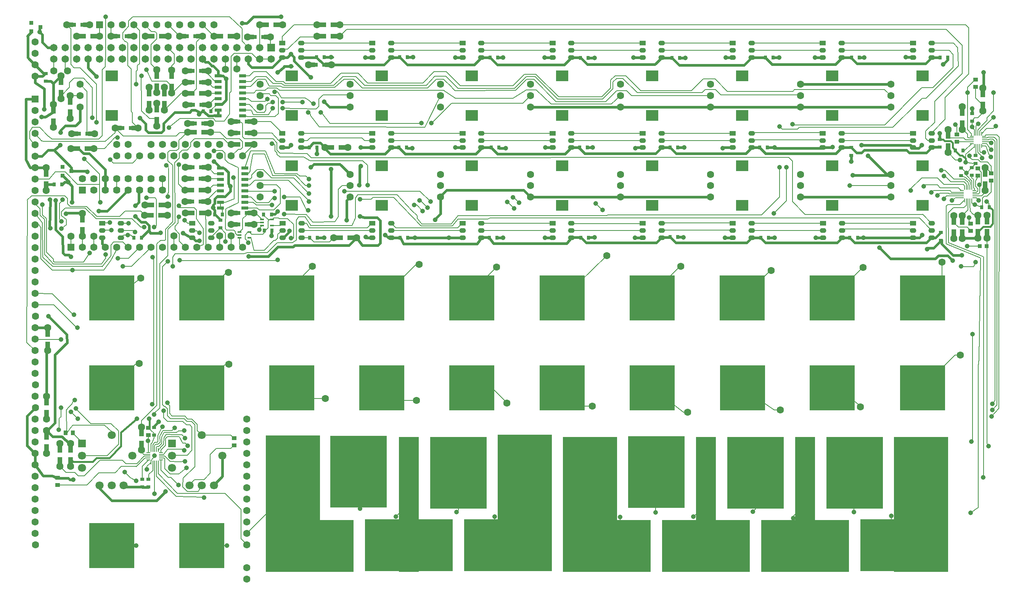
<source format=gtl>
%FSLAX33Y33*%
%MOMM*%
%AMRect-W741421-H941421-RO1.000*
21,1,0.741421,0.941421,0.,0.,180*%
%AMRR-H1089615-W1469615-R544807-RO0.000*
21,1,0.380001,1.089615,0.,0.,360*
21,1,1.469615,0.000001,0.,0.,360*
1,1,1.089614,-0.1900005,0.0000005*
1,1,1.089614,0.1900005,0.0000005*
1,1,1.089614,0.1900005,-0.0000005*
1,1,1.089614,-0.1900005,-0.0000005*%
%AMRR-H192474-W893701-R96237-RO0.000*
21,1,0.701227,0.192474,0.,0.,360*
1,1,0.192474,-0.3506135,0.*
1,1,0.192474,0.3506135,0.*
1,1,0.192474,0.3506135,-0.*
1,1,0.192474,-0.3506135,0.*%
%AMRR-H893701-W192474-R96237-RO0.000*
21,1,0.192474,0.701227,0.,0.,360*
1,1,0.192474,0.,0.3506135*
1,1,0.192474,0.,0.3506135*
1,1,0.192474,0.,-0.3506135*
1,1,0.192474,-0.,-0.3506135*%
%AMRect-W670710-H870710-RO0.500*
21,1,0.67071,0.87071,0.,0.,270*%
%AMRect-W2403400-H2708200-RO0.500*
21,1,2.4034,2.7082,0.,0.,270*%
%AMRect-W741421-H941421-RO1.500*
21,1,0.741421,0.941421,0.,0.,90*%
%AMRect-W800000-H900000-RO0.500*
21,1,0.8,0.9,0.,0.,270*%
%AMRect-W400000-H900000-RO0.500*
21,1,0.4,0.9,0.,0.,270*%
%AMRect-W741421-H941421-RO0.500*
21,1,0.741421,0.941421,0.,0.,270*%
%AMRect-W670710-H870710-RO1.000*
21,1,0.67071,0.87071,0.,0.,180*%
%AMRect-W670710-H870710-RO1.500*
21,1,0.67071,0.87071,0.,0.,90*%
%AMRect-W842120-H941421-RO1.500*
21,1,0.84212,0.941421,0.,0.,90*%
%AMRect-W893701-H192474-RO1.000*
21,1,0.893701,0.192474,0.,0.,180*%
%AMRR-H192474-W893701-R96237-RO1.000*
21,1,0.701227,0.192474,0.,0.,180*
1,1,0.192474,0.3506135,-0.*
1,1,0.192474,-0.3506135,-0.*
1,1,0.192474,-0.3506135,0.*
1,1,0.192474,0.3506135,0.*%
%AMRR-H893701-W192474-R96237-RO1.000*
21,1,0.192474,0.701227,0.,0.,180*
1,1,0.192474,0.,-0.3506135*
1,1,0.192474,-0.,-0.3506135*
1,1,0.192474,-0.,0.3506135*
1,1,0.192474,0.,0.3506135*%
%AMRect-W1650000-H1650000-RO0.500*
21,1,1.65,1.65,0.,0.,270*%
%AMRect-W842120-H941421-RO1.000*
21,1,0.84212,0.941421,0.,0.,180*%
%AMRect-W600000-H1500000-RO1.500*
21,1,0.6,1.5,0.,0.,90*%
%AMRect-W842120-H941421-RO0.500*
21,1,0.84212,0.941421,0.,0.,270*%
%AMRect-W1600000-H1600000-RO0.500*
21,1,1.6,1.6,0.,0.,270*%
%ADD10C,0.2032*%
%ADD11C,0.6096*%
%ADD12C,0.381*%
%ADD13C,1.0668*%
%ADD14C,1.*%
%ADD15C,1.6*%
%ADD16Rect-W741421-H941421-RO1.000*%
%ADD17R,0.67071X0.87071*%
%ADD18R,1.469615X1.089615*%
%ADD19RR-H1089615-W1469615-R544807-RO0.000*%
%ADD20C,1.6*%
%ADD21R,1.8X1.8*%
%ADD22C,1.8*%
%ADD23R,10.X10.*%
%ADD24R,0.741421X0.941421*%
%ADD25C,1.6*%
%ADD26R,0.893701X0.192474*%
%ADD27RR-H192474-W893701-R96237-RO0.000*%
%ADD28RR-H893701-W192474-R96237-RO0.000*%
%ADD29R,1.6X1.6*%
%ADD30Rect-W670710-H870710-RO0.500*%
%ADD31Rect-W2403400-H2708200-RO0.500*%
%ADD32C,1.6*%
%ADD33Rect-W741421-H941421-RO1.500*%
%ADD34Rect-W800000-H900000-RO0.500*%
%ADD35R,1.62X1.62*%
%ADD36C,1.62*%
%ADD37Rect-W400000-H900000-RO0.500*%
%ADD38Rect-W741421-H941421-RO0.500*%
%ADD39Rect-W670710-H870710-RO1.000*%
%ADD40Rect-W670710-H870710-RO1.500*%
%ADD41Rect-W842120-H941421-RO1.500*%
%ADD42Rect-W893701-H192474-RO1.000*%
%ADD43RR-H192474-W893701-R96237-RO1.000*%
%ADD44RR-H893701-W192474-R96237-RO1.000*%
%ADD45C,1.65*%
%ADD46Rect-W1650000-H1650000-RO0.500*%
%ADD47Rect-W842120-H941421-RO1.000*%
%ADD48Rect-W600000-H1500000-RO1.500*%
%ADD49Rect-W842120-H941421-RO0.500*%
%ADD50R,0.84212X0.941421*%
%ADD51Rect-W1600000-H1600000-RO0.500*%
%ADD52R,12.X30.*%
%ADD53R,4.5X30.*%
%ADD54R,19.5X11.5*%
%ADD55R,12.5X16.*%
D10*
%LNtop copper_traces*%
G01*
X9680Y116070D02*
X10225Y115525D01*
X12052Y40318D02*
X12207Y40318D01*
X27425Y29500D02*
X28250Y29475D01*
X210717Y80005D02*
X209956Y80766D01*
X91750Y114325D02*
X94200Y114325D01*
X30314Y33105D02*
X30314Y34490D01*
D11*
X45925Y90411D02*
X46482Y89854D01*
D10*
X31804Y29875D02*
X32954Y28725D01*
X82100Y120045D02*
X97900Y120045D01*
X32954Y25925D02*
X34950Y25925D01*
D11*
X65480Y118445D02*
X66250Y117675D01*
D10*
X211525Y101564D02*
X211525Y102485D01*
X18450Y36725D02*
X11396Y36725D01*
D12*
X206705Y99500D02*
X206705Y98477D01*
D11*
X164075Y78425D02*
X165150Y77350D01*
D10*
X70675Y125755D02*
X209620Y125755D01*
X54275Y106825D02*
X54275Y107825D01*
X22476Y124000D02*
X23775Y125449D01*
X212325Y102409D02*
X213714Y103797D01*
X82571Y87402D02*
X88667Y81077D01*
X217006Y40456D02*
X215350Y38725D01*
X199848Y91700D02*
X203325Y91700D01*
X29016Y32877D02*
X29196Y33266D01*
X54865Y105775D02*
X55765Y107225D01*
X72550Y103075D02*
X89540Y103000D01*
X13775Y113900D02*
X11660Y113900D01*
D11*
X55685Y116230D02*
X51107Y116230D01*
D10*
X30350Y25994D02*
X34594Y21575D01*
X59075Y120325D02*
X57750Y120325D01*
X10000Y40150D02*
X10025Y35094D01*
X12990Y116200D02*
X11700Y116200D01*
D11*
X42907Y84553D02*
X42554Y84906D01*
D10*
X210050Y101410D02*
X210050Y100800D01*
D11*
X59848Y98990D02*
X59303Y98445D01*
D10*
X67425Y42675D02*
X62600Y42675D01*
X36375Y76265D02*
X35020Y77620D01*
X21525Y32496D02*
X21525Y35475D01*
D11*
X59004Y118445D02*
X57900Y118445D01*
D10*
X214876Y100372D02*
X215649Y100372D01*
X87745Y85700D02*
X89070Y84375D01*
D12*
X204617Y100250D02*
X204953Y99915D01*
D10*
X8875Y83329D02*
X9951Y82503D01*
D12*
X215094Y80874D02*
X215094Y80993D01*
D11*
X84150Y78425D02*
X84851Y77044D01*
D10*
X55381Y110000D02*
X54975Y110406D01*
X71350Y111200D02*
X93725Y111225D01*
X21365Y73850D02*
X23800Y73850D01*
X60457Y81390D02*
X60457Y78374D01*
X41910Y30272D02*
X43263Y31625D01*
X30023Y41181D02*
X30023Y77007D01*
X70675Y123215D02*
X72210Y124750D01*
X107975Y10075D02*
X105075Y12975D01*
X31953Y78010D02*
X31801Y77857D01*
X69569Y111844D02*
X71625Y113650D01*
X49075Y112050D02*
X50825Y112050D01*
X30939Y31252D02*
X31980Y32293D01*
X83090Y80655D02*
X82100Y81645D01*
X35125Y73671D02*
X35074Y73298D01*
X29454Y39354D02*
X29454Y38989D01*
D11*
X26075Y86300D02*
X26075Y88980D01*
D10*
X31629Y29475D02*
X31804Y29300D01*
X62100Y101645D02*
X77697Y101645D01*
X50600Y79700D02*
X50300Y79700D01*
D11*
X172990Y87500D02*
X193050Y87500D01*
D10*
X56856Y110875D02*
X57675Y109531D01*
X12225Y58425D02*
X7150Y63500D01*
X56847Y79146D02*
X57847Y80045D01*
D11*
X54836Y74261D02*
X50586Y74261D01*
D10*
X211539Y88525D02*
X211986Y88525D01*
D12*
X213507Y80874D02*
X215094Y80874D01*
D10*
X210875Y33125D02*
X211125Y33375D01*
X109725Y111200D02*
X112175Y113650D01*
X18575Y117950D02*
X18650Y118025D01*
X54975Y110406D02*
X53450Y110406D01*
X29150Y32429D02*
X29646Y32925D01*
D11*
X197846Y118554D02*
X196309Y118554D01*
D10*
X132150Y113850D02*
X133525Y113850D01*
X207870Y120700D02*
X207840Y120669D01*
X74825Y26400D02*
X75150Y18325D01*
X151112Y110637D02*
X151800Y111325D01*
X49575Y93920D02*
X50855Y97750D01*
X57450Y112150D02*
X57956Y111844D01*
X7081Y72563D02*
X12400Y72563D01*
X207275Y52325D02*
X208450Y52325D01*
D11*
X200725Y117125D02*
X202100Y118500D01*
D10*
X209060Y90250D02*
X209350Y89960D01*
D11*
X162100Y118450D02*
X165125Y118450D01*
D10*
X215265Y88545D02*
X214348Y87629D01*
X60807Y92275D02*
X63082Y90000D01*
D11*
X9850Y83790D02*
X9961Y83902D01*
D10*
X200750Y100497D02*
X200750Y102097D01*
X35831Y112992D02*
X33300Y110461D01*
D11*
X42231Y116658D02*
X41430Y117459D01*
D10*
X28775Y121360D02*
X30000Y122585D01*
X32684Y88535D02*
X32659Y93921D01*
X210015Y107515D02*
X210050Y102435D01*
X45300Y80479D02*
X45325Y84875D01*
X29550Y32236D02*
X29829Y32519D01*
X31980Y32293D02*
X32005Y33780D01*
X29950Y28486D02*
X29950Y25381D01*
X74100Y87250D02*
X74625Y87975D01*
D11*
X165125Y118450D02*
X166625Y116950D01*
D10*
X132900Y13075D02*
X132900Y16375D01*
X41438Y83885D02*
X40900Y83347D01*
X64253Y81164D02*
X73421Y81139D01*
X214225Y99375D02*
X215275Y97925D01*
X32529Y25200D02*
X33125Y25200D01*
D11*
X9535Y90750D02*
X10350Y90750D01*
D10*
X4650Y81764D02*
X4700Y74100D01*
D11*
X192135Y92500D02*
X187975Y96660D01*
X5595Y90315D02*
X7165Y90315D01*
X50320Y117018D02*
X50320Y118175D01*
D10*
X32410Y37650D02*
X35775Y37650D01*
X45240Y118110D02*
X45240Y115900D01*
X50000Y12700D02*
X55397Y18097D01*
X35072Y73364D02*
X35125Y73671D01*
X206850Y119175D02*
X206850Y116250D01*
X55575Y101716D02*
X55423Y101716D01*
X34925Y100131D02*
X34925Y98275D01*
X8875Y84181D02*
X8875Y83329D01*
D11*
X199210Y98352D02*
X199848Y98990D01*
D10*
X5525Y82450D02*
X5525Y82632D01*
X76150Y112300D02*
X89850Y112300D01*
D11*
X60695Y76760D02*
X72705Y76760D01*
D10*
X113737Y113650D02*
X118712Y108675D01*
D11*
X182150Y78450D02*
X183811Y78450D01*
D10*
X23150Y28250D02*
X22425Y29001D01*
X24466Y72051D02*
X28755Y76265D01*
X32100Y30950D02*
X32492Y31433D01*
X87200Y85700D02*
X87745Y85700D01*
X49075Y80375D02*
X48400Y79700D01*
X52105Y85670D02*
X51475Y86300D01*
X50650Y90131D02*
X49706Y90131D01*
X55550Y91705D02*
X60420Y91705D01*
X60515Y125760D02*
X65590Y125760D01*
D11*
X51447Y127559D02*
X57633Y127559D01*
D10*
X31574Y32513D02*
X31599Y33946D01*
D11*
X3000Y109220D02*
X1025Y109220D01*
X197075Y97270D02*
X200840Y97270D01*
D10*
X40000Y34600D02*
X39025Y35575D01*
D11*
X45466Y109065D02*
X45466Y113785D01*
D10*
X46535Y76290D02*
X46535Y78805D01*
X29554Y21408D02*
X29550Y26675D01*
X52410Y118110D02*
X55400Y118110D01*
X100000Y66475D02*
X100000Y65050D01*
X48125Y98100D02*
X48677Y98100D01*
D11*
X185975Y118450D02*
X187198Y118450D01*
D10*
X47219Y87016D02*
X45250Y86300D01*
X9712Y85000D02*
X8894Y84181D01*
X32540Y125755D02*
X32540Y125730D01*
X31804Y27075D02*
X31804Y29300D01*
X63082Y90000D02*
X63825Y90000D01*
X208761Y87325D02*
X207362Y87325D01*
D11*
X28372Y79995D02*
X28606Y79431D01*
D10*
X209620Y125755D02*
X210325Y125050D01*
X61004Y82300D02*
X61525Y83050D01*
X5125Y74719D02*
X5615Y74229D01*
X18390Y98275D02*
X16090Y98275D01*
X74625Y87975D02*
X83400Y88025D01*
X32950Y97800D02*
X32500Y97350D01*
X205034Y93400D02*
X204225Y93400D01*
X31701Y40900D02*
X31295Y41306D01*
X32659Y94045D02*
X32554Y94150D01*
X32500Y74450D02*
X30700Y72650D01*
X53890Y79548D02*
X53554Y79212D01*
X23601Y121644D02*
X23194Y122050D01*
D11*
X186495Y98990D02*
X197355Y98990D01*
D10*
X182100Y121645D02*
X197900Y121645D01*
X29950Y31912D02*
X30125Y32062D01*
X96323Y109415D02*
X109098Y109390D01*
X91575Y115325D02*
X94300Y115325D01*
X50620Y114445D02*
X51525Y115350D01*
X22425Y29001D02*
X17379Y29001D01*
X13950Y25496D02*
X12604Y25496D01*
X214679Y100175D02*
X213810Y100175D01*
X6165Y91440D02*
X7500Y93029D01*
X183900Y90025D02*
X193050Y90025D01*
X55640Y81145D02*
X57472Y81145D01*
X213575Y25375D02*
X213550Y74203D01*
X211548Y87725D02*
X213125Y87725D01*
X54275Y107825D02*
X54720Y108270D01*
D11*
X5908Y97892D02*
X4536Y96520D01*
D10*
X19900Y76850D02*
X19900Y74450D01*
X45550Y80104D02*
X45300Y80479D01*
X52155Y111175D02*
X54056Y111175D01*
X32500Y95500D02*
X33625Y94500D01*
X214650Y32075D02*
X214325Y32675D01*
D11*
X104774Y77171D02*
X121024Y77171D01*
D10*
X27167Y30275D02*
X26625Y30817D01*
D11*
X78859Y82936D02*
X76150Y82936D01*
D10*
X4250Y73775D02*
X6825Y71200D01*
X64636Y81926D02*
X69576Y81951D01*
X206957Y91477D02*
X205034Y93400D01*
X3875Y81280D02*
X4250Y80680D01*
X205631Y85806D02*
X205250Y85425D01*
X26650Y106650D02*
X28404Y104896D01*
X14075Y85000D02*
X9712Y85000D01*
X8425Y86050D02*
X9100Y86725D01*
X210625Y96150D02*
X210625Y96590D01*
X34055Y80940D02*
X34809Y81694D01*
X117525Y62350D02*
X120000Y65050D01*
X35096Y85088D02*
X38346Y85104D01*
X34925Y85500D02*
X34809Y85375D01*
D11*
X79110Y76760D02*
X79625Y77275D01*
D10*
X49711Y88764D02*
X49507Y88968D01*
X213156Y85200D02*
X211675Y85806D01*
X37850Y38150D02*
X36875Y38150D01*
X34450Y97800D02*
X32950Y97800D01*
D11*
X180805Y97150D02*
X182100Y98445D01*
D10*
X207990Y116565D02*
X207840Y120669D01*
X122100Y121645D02*
X137805Y121645D01*
D12*
X212350Y79716D02*
X213507Y80874D01*
D10*
X76149Y100045D02*
X77762Y100045D01*
X52300Y93600D02*
X53655Y93600D01*
D11*
X105750Y118475D02*
X105780Y118445D01*
D10*
X28161Y30771D02*
X28161Y33331D01*
X62172Y81645D02*
X63285Y81645D01*
X45190Y95740D02*
X45190Y97253D01*
D11*
X51107Y116230D02*
X50320Y117018D01*
D10*
X27460Y125640D02*
X28860Y124240D01*
D11*
X75336Y98480D02*
X77978Y98480D01*
D10*
X96900Y82550D02*
X103515Y82550D01*
X54975Y112150D02*
X57450Y112150D01*
D11*
X116154Y118445D02*
X117900Y118445D01*
D10*
X49075Y82620D02*
X49075Y80375D01*
X28750Y28486D02*
X27844Y27580D01*
X211525Y105085D02*
X211090Y104320D01*
X29950Y31264D02*
X29950Y31912D01*
X76770Y80615D02*
X77800Y81645D01*
X35800Y32825D02*
X36374Y32825D01*
X201202Y100045D02*
X202100Y100045D01*
D11*
X68405Y107500D02*
X67218Y108687D01*
D10*
X51088Y79212D02*
X50600Y79700D01*
X26225Y117150D02*
X26225Y124450D01*
D11*
X55590Y80045D02*
X55475Y79930D01*
D10*
X54306Y115350D02*
X56500Y113156D01*
X199925Y109375D02*
X198825Y108275D01*
D11*
X184510Y92275D02*
X192550Y92275D01*
X140595Y116920D02*
X142100Y118425D01*
D10*
X41430Y114770D02*
X43025Y113175D01*
D11*
X31050Y101816D02*
X28184Y101816D01*
D10*
X5525Y82632D02*
X4650Y83507D01*
X10650Y112890D02*
X10650Y111850D01*
X31290Y91515D02*
X31290Y89060D01*
D11*
X56298Y83650D02*
X56900Y84252D01*
X63900Y98455D02*
X64718Y99527D01*
D10*
X23775Y125449D02*
X23800Y126635D01*
X102250Y100045D02*
X117900Y100045D01*
X55484Y108270D02*
X55765Y108550D01*
X209590Y95144D02*
X211235Y94969D01*
D11*
X55475Y83650D02*
X56298Y83650D01*
D10*
X18700Y73850D02*
X18700Y74725D01*
X95352Y81509D02*
X96909Y83294D01*
X168925Y102544D02*
X172250Y102544D01*
X49065Y99750D02*
X49065Y99750D01*
X214567Y100804D02*
X215875Y100804D01*
X32514Y88236D02*
X32684Y88535D01*
X109450Y111625D02*
X112050Y114225D01*
X36175Y110461D02*
X37836Y110461D01*
X122100Y100045D02*
X137715Y100045D01*
X75675Y111725D02*
X90125Y111725D01*
D11*
X9625Y74600D02*
X9175Y75050D01*
X101126Y77044D02*
X102125Y78475D01*
D10*
X206005Y88125D02*
X205780Y88350D01*
D11*
X122100Y98445D02*
X123700Y98445D01*
D10*
X205631Y85806D02*
X208324Y85806D01*
X214325Y32675D02*
X214325Y41825D01*
D12*
X15770Y28650D02*
X16625Y29505D01*
D10*
X211800Y111951D02*
X211800Y109478D01*
X54325Y114275D02*
X55850Y112750D01*
X2865Y99060D02*
X1800Y100400D01*
X32171Y34698D02*
X34075Y34673D01*
X35738Y97925D02*
X36820Y97925D01*
D11*
X185640Y78450D02*
X198140Y78450D01*
D10*
X10900Y36200D02*
X10119Y35094D01*
D11*
X4650Y114300D02*
X5375Y115025D01*
D10*
X209750Y86736D02*
X209750Y85629D01*
X195075Y106875D02*
X191650Y103450D01*
X209750Y85629D02*
X209208Y85087D01*
D11*
X104020Y118475D02*
X105620Y116875D01*
D10*
X43995Y76265D02*
X43970Y76290D01*
X208761Y88925D02*
X208542Y88975D01*
X200000Y45050D02*
X207275Y52325D01*
X162100Y100150D02*
X177552Y100150D01*
D11*
X9961Y83902D02*
X13510Y83902D01*
X45925Y92950D02*
X45925Y90411D01*
D10*
X47219Y87016D02*
X47219Y91625D01*
D11*
X213404Y111730D02*
X213625Y111951D01*
X102100Y118445D02*
X104020Y118445D01*
D10*
X11660Y113900D02*
X10650Y112890D01*
D11*
X197993Y98352D02*
X199210Y98352D01*
X197355Y98990D02*
X197900Y98445D01*
D10*
X42517Y111905D02*
X41430Y112992D01*
X8750Y38600D02*
X8375Y38250D01*
X47150Y119375D02*
X51069Y119375D01*
X28750Y28933D02*
X29454Y29779D01*
D11*
X203875Y98550D02*
X202175Y98550D01*
X42534Y85700D02*
X42534Y85104D01*
D10*
X215475Y99775D02*
X213810Y99775D01*
D11*
X58350Y116561D02*
X60122Y116561D01*
D10*
X131806Y114425D02*
X134181Y114425D01*
D11*
X182200Y118450D02*
X184150Y118450D01*
D10*
X44610Y84595D02*
X44610Y83550D01*
X30735Y34273D02*
X31360Y35540D01*
X31953Y80284D02*
X31953Y78010D01*
X29150Y31264D02*
X29150Y32429D01*
X96975Y26175D02*
X96975Y17850D01*
X33325Y30093D02*
X33706Y30525D01*
X169943Y96302D02*
X170323Y96302D01*
X173975Y19175D02*
X171350Y16550D01*
X30939Y29875D02*
X31804Y29875D01*
X42876Y109365D02*
X41509Y107997D01*
D11*
X80505Y116850D02*
X82100Y118445D01*
D10*
X64137Y105638D02*
X66125Y103075D01*
D11*
X3075Y40640D02*
X1270Y38835D01*
D10*
X36853Y81645D02*
X36309Y82190D01*
X7081Y73660D02*
X5531Y75210D01*
X88740Y86535D02*
X90175Y85100D01*
X56730Y111713D02*
X57269Y111175D01*
X107850Y41650D02*
X104450Y45050D01*
X51525Y115350D02*
X54306Y115350D01*
X57025Y106100D02*
X57025Y106050D01*
X46525Y118685D02*
X46525Y110935D01*
X36600Y36825D02*
X35775Y37650D01*
X35800Y32825D02*
X34996Y34225D01*
X48415Y100400D02*
X49065Y99750D01*
X204400Y69325D02*
X204400Y72875D01*
X49075Y114445D02*
X50620Y114445D01*
X2400Y102935D02*
X4050Y102935D01*
X33625Y81955D02*
X31953Y80284D01*
X34050Y36144D02*
X33447Y35540D01*
X32492Y31433D02*
X36090Y31433D01*
X48145Y86229D02*
X48140Y93979D01*
D11*
X30000Y20000D02*
X32000Y22000D01*
D10*
X50600Y78400D02*
X50645Y78445D01*
D12*
X203875Y100250D02*
X204617Y100250D01*
D10*
X205784Y77329D02*
X213550Y74203D01*
X209750Y89514D02*
X209750Y90393D01*
D11*
X17300Y23400D02*
X17300Y22700D01*
D10*
X49625Y86300D02*
X51475Y86300D01*
X9728Y93029D02*
X12442Y90315D01*
X212950Y97392D02*
X213677Y97367D01*
X35139Y101816D02*
X36883Y101816D01*
X55397Y18097D02*
X55397Y19525D01*
X10950Y116950D02*
X10950Y124840D01*
X54750Y82445D02*
X53750Y83445D01*
D11*
X28606Y79431D02*
X30887Y79431D01*
X2200Y124100D02*
X1350Y123250D01*
D10*
X56200Y110875D02*
X56856Y110875D01*
X210015Y111856D02*
X211709Y113550D01*
X40900Y82550D02*
X40925Y82525D01*
X119000Y109225D02*
X129019Y109225D01*
X206550Y86736D02*
X207170Y87183D01*
X209846Y92210D02*
X209846Y92838D01*
X215649Y100372D02*
X216150Y99871D01*
X24504Y82659D02*
X26435Y80750D01*
D11*
X79625Y77275D02*
X79625Y82261D01*
D10*
X209846Y92210D02*
X210985Y91071D01*
X210325Y114834D02*
X205075Y109584D01*
X6075Y100925D02*
X6754Y100347D01*
D11*
X105620Y116875D02*
X120530Y116875D01*
D10*
X214286Y102725D02*
X215800Y102725D01*
D11*
X112990Y107500D02*
X192990Y107500D01*
X4536Y96520D02*
X3000Y96520D01*
D10*
X205683Y83917D02*
X205784Y77329D01*
X30760Y32925D02*
X30735Y34273D01*
X214348Y87629D02*
X213795Y87629D01*
X31295Y71950D02*
X31400Y72050D01*
X38430Y100400D02*
X44863Y100400D01*
X57750Y107225D02*
X65378Y107078D01*
X193075Y12875D02*
X193075Y16575D01*
X61230Y92681D02*
X61800Y92111D01*
X24325Y106496D02*
X24325Y115951D01*
D11*
X167005Y98349D02*
X177800Y98349D01*
X104300Y98445D02*
X105665Y97080D01*
D10*
X62250Y80045D02*
X77900Y80045D01*
D11*
X2200Y124300D02*
X2200Y124100D01*
X160425Y116775D02*
X162100Y118450D01*
D10*
X14425Y85406D02*
X16715Y83142D01*
D11*
X23185Y23015D02*
X22700Y23500D01*
D10*
X112050Y111250D02*
X114237Y111250D01*
D11*
X74390Y78445D02*
X75650Y76760D01*
D10*
X41438Y91505D02*
X43995Y91505D01*
X171550Y103450D02*
X191650Y103450D01*
X34823Y35468D02*
X34456Y35127D01*
D11*
X3000Y112850D02*
X5021Y111504D01*
X23670Y88975D02*
X19861Y85166D01*
D10*
X23038Y84322D02*
X26513Y84322D01*
X20000Y34600D02*
X20000Y35300D01*
X14075Y85000D02*
X16593Y82659D01*
X31295Y41306D02*
X31295Y71950D01*
X34031Y95136D02*
X35020Y96125D01*
X16715Y83142D02*
X21858Y83142D01*
X43240Y88840D02*
X44175Y88840D01*
X131325Y111531D02*
X131325Y113025D01*
X213350Y87234D02*
X213795Y87629D01*
X30939Y26790D02*
X32529Y25200D01*
X112050Y114225D02*
X114000Y114225D01*
X29150Y28400D02*
X29150Y26725D01*
X122100Y81550D02*
X137700Y81550D01*
X30492Y32062D02*
X31171Y32700D01*
X95507Y108333D02*
X111272Y108333D01*
X212425Y49900D02*
X212600Y51400D01*
X209375Y91477D02*
X206957Y91477D01*
X203961Y89514D02*
X203325Y90150D01*
X214339Y105085D02*
X215775Y106650D01*
X36244Y88975D02*
X34824Y90395D01*
X212289Y88829D02*
X212289Y89296D01*
X56780Y77300D02*
X60150Y77300D01*
X114237Y111250D02*
X117562Y108128D01*
X48400Y79050D02*
X47780Y79050D01*
X216275Y103200D02*
X215800Y102725D01*
X43675Y111905D02*
X42517Y111905D01*
X63262Y83624D02*
X64636Y81926D01*
X214794Y86056D02*
X214348Y86450D01*
X35800Y23025D02*
X36800Y22025D01*
D11*
X202870Y73736D02*
X203556Y74422D01*
D10*
X102100Y120045D02*
X117805Y120045D01*
X210950Y86736D02*
X210950Y86106D01*
X38875Y111500D02*
X38875Y121905D01*
X36875Y38150D02*
X36756Y38294D01*
X56337Y77794D02*
X56847Y78303D01*
X30939Y30771D02*
X30939Y31252D01*
D11*
X97993Y98445D02*
X96317Y98445D01*
D10*
X43675Y113175D02*
X43025Y113175D01*
D11*
X42536Y116646D02*
X42231Y116646D01*
D10*
X213125Y101564D02*
X214286Y102725D01*
X142100Y120045D02*
X157795Y120045D01*
X32500Y97350D02*
X32500Y95500D01*
D11*
X12990Y107500D02*
X12990Y104277D01*
D10*
X40000Y10000D02*
X45600Y10000D01*
X92075Y113675D02*
X93700Y113675D01*
D11*
X186495Y97270D02*
X187125Y97900D01*
D10*
X204750Y87075D02*
X205400Y87725D01*
X212352Y105085D02*
X211525Y105085D01*
X41910Y26086D02*
X40513Y24689D01*
D11*
X185475Y117125D02*
X200725Y117125D01*
D10*
X173990Y83600D02*
X199945Y83600D01*
X20000Y45050D02*
X25350Y50400D01*
D11*
X62555Y118445D02*
X65322Y118445D01*
X6879Y34246D02*
X5560Y35565D01*
D10*
X20985Y100725D02*
X20690Y100725D01*
X31171Y32700D02*
X31171Y34122D01*
X214775Y97000D02*
X215175Y96333D01*
X10800Y110000D02*
X12990Y110000D01*
D11*
X66250Y117675D02*
X66390Y117675D01*
D12*
X16625Y29505D02*
X19560Y29505D01*
D11*
X5450Y90170D02*
X5595Y90315D01*
D10*
X13775Y113900D02*
X15750Y111800D01*
X207635Y101410D02*
X207635Y103215D01*
D11*
X25273Y83142D02*
X26520Y81895D01*
X3000Y114300D02*
X3000Y112850D01*
D10*
X23800Y73850D02*
X26215Y76265D01*
X46225Y105950D02*
X45020Y104326D01*
X52105Y85670D02*
X55640Y85670D01*
X49625Y87500D02*
X50975Y87500D01*
X16650Y104050D02*
X16650Y112540D01*
X41389Y86425D02*
X41389Y86989D01*
X43675Y109365D02*
X42876Y109365D01*
X34825Y23500D02*
X33125Y25200D01*
X30760Y31710D02*
X30939Y31912D01*
X214775Y97000D02*
X214064Y98786D01*
X204775Y90250D02*
X209060Y90250D01*
X5531Y75210D02*
X5531Y82444D01*
X45830Y95100D02*
X48140Y93979D01*
X18700Y74300D02*
X18950Y74825D01*
X85750Y19175D02*
X83125Y16425D01*
X213350Y85445D02*
X213156Y85200D01*
X210175Y90677D02*
X209375Y91477D01*
X58350Y112300D02*
X69311Y112300D01*
X142100Y81750D02*
X157802Y81750D01*
D11*
X144025Y98445D02*
X145320Y97150D01*
D10*
X33447Y38775D02*
X36275Y38775D01*
X140000Y45050D02*
X146975Y39675D01*
X33900Y119246D02*
X33900Y117175D01*
D11*
X194129Y77350D02*
X200880Y77350D01*
D10*
X200800Y109375D02*
X199925Y109375D01*
X162100Y120045D02*
X177900Y120045D01*
X62100Y100045D02*
X63505Y100045D01*
D11*
X208946Y78315D02*
X212350Y78315D01*
D10*
X51025Y106825D02*
X51475Y105775D01*
X56000Y84575D02*
X57450Y86025D01*
D11*
X176301Y78450D02*
X177945Y78450D01*
D10*
X30873Y77857D02*
X30050Y77035D01*
X7500Y93029D02*
X9728Y93029D01*
D11*
X44496Y108095D02*
X45466Y109065D01*
D10*
X38400Y24689D02*
X37211Y23500D01*
X4495Y99955D02*
X4050Y100400D01*
D11*
X28372Y81122D02*
X27599Y81895D01*
D10*
X31360Y35540D02*
X33447Y35540D01*
X215392Y92697D02*
X214143Y93946D01*
X169800Y86675D02*
X167000Y83875D01*
D11*
X122100Y118445D02*
X124125Y118445D01*
D10*
X82100Y101645D02*
X97800Y101645D01*
X40000Y45050D02*
X45200Y50250D01*
X31900Y40900D02*
X31701Y40900D01*
D11*
X38598Y106825D02*
X37761Y106810D01*
D10*
X137481Y111125D02*
X148775Y111125D01*
X49075Y106825D02*
X51025Y106825D01*
X49300Y74825D02*
X50198Y75139D01*
X43264Y31627D02*
X46450Y31625D01*
D11*
X60477Y117748D02*
X64154Y114071D01*
D10*
X202100Y121500D02*
X202245Y121645D01*
X3000Y99060D02*
X2865Y99060D01*
X71625Y113650D02*
X73750Y113650D01*
X25500Y27575D02*
X27425Y29500D01*
X46510Y76265D02*
X46535Y76290D01*
D11*
X44600Y25400D02*
X44600Y30000D01*
D10*
X4050Y100400D02*
X2850Y101600D01*
X53440Y81145D02*
X52775Y80480D01*
X51025Y108700D02*
X54055Y108700D01*
X82100Y100045D02*
X97900Y100045D01*
X64050Y95550D02*
X62600Y96350D01*
X7300Y72975D02*
X7081Y73194D01*
X28236Y36045D02*
X28161Y36177D01*
X29950Y81100D02*
X29375Y80450D01*
X54725Y80590D02*
X54725Y82120D01*
X203961Y89514D02*
X208001Y89514D01*
X47200Y33850D02*
X46450Y34600D01*
X53554Y79212D02*
X51088Y79212D01*
X162975Y18175D02*
X162325Y17525D01*
X70325Y83100D02*
X70325Y89150D01*
X73421Y81139D02*
X74100Y82825D01*
X102200Y81645D02*
X117780Y81645D01*
X26775Y27600D02*
X28250Y29075D01*
X31625Y35127D02*
X34431Y35127D01*
X22100Y78445D02*
X22645Y78990D01*
X205328Y77047D02*
X205277Y82223D01*
D11*
X31551Y103801D02*
X31551Y102318D01*
D10*
X169800Y94125D02*
X169800Y86675D01*
X49711Y88764D02*
X56225Y88764D01*
D11*
X103775Y78475D02*
X104774Y77171D01*
D10*
X24715Y127550D02*
X46200Y127550D01*
X30314Y32513D02*
X30760Y32925D01*
D11*
X75108Y89975D02*
X75108Y94089D01*
X68700Y89290D02*
X68704Y89295D01*
X14760Y116165D02*
X14760Y118110D01*
D10*
X10950Y78755D02*
X10950Y76290D01*
X46225Y105950D02*
X46225Y110635D01*
X38875Y121905D02*
X40160Y123190D01*
X63875Y108931D02*
X64931Y107875D01*
X47150Y119340D02*
X46510Y118700D01*
D11*
X140950Y77300D02*
X142150Y78500D01*
D10*
X68456Y103850D02*
X78875Y103850D01*
X9680Y118110D02*
X9680Y116070D01*
X28250Y25825D02*
X28250Y24792D01*
X34925Y98275D02*
X34450Y97800D01*
X95687Y111663D02*
X96275Y111100D01*
X4650Y83507D02*
X4650Y85825D01*
X34381Y20900D02*
X40400Y20800D01*
X64137Y105606D02*
X64137Y105838D01*
X136738Y110637D02*
X151112Y110637D01*
X151975Y19175D02*
X149250Y16450D01*
D11*
X4500Y105292D02*
X5267Y105254D01*
D10*
X62100Y120045D02*
X77900Y120045D01*
X49650Y78125D02*
X50475Y77300D01*
X43995Y91505D02*
X44200Y91300D01*
D11*
X13835Y97125D02*
X13635Y97340D01*
X142100Y118425D02*
X144400Y118425D01*
D10*
X28161Y29875D02*
X27225Y29875D01*
D11*
X213625Y111951D02*
X213625Y115200D01*
D10*
X4050Y102935D02*
X4050Y102935D01*
X28138Y33331D02*
X28138Y34603D01*
D11*
X43650Y105580D02*
X41509Y105555D01*
D10*
X216556Y100175D02*
X216556Y41281D01*
X78052Y87402D02*
X82571Y87402D01*
X23009Y122050D02*
X23009Y122051D01*
X63275Y84550D02*
X63646Y84550D01*
X210150Y86736D02*
X210150Y84630D01*
X19869Y37131D02*
X21525Y35475D01*
D11*
X67096Y116850D02*
X80505Y116850D01*
D10*
X18650Y118025D02*
X18650Y127775D01*
X54725Y82120D02*
X55050Y82445D01*
D11*
X4650Y121850D02*
X5850Y120650D01*
D10*
X211925Y98525D02*
X211925Y96881D01*
D11*
X56900Y76350D02*
X54836Y74261D01*
D10*
X216150Y100575D02*
X215875Y100804D01*
X23194Y122050D02*
X23009Y122050D01*
X64575Y72050D02*
X60000Y67475D01*
X51774Y91205D02*
X50650Y90131D01*
X40925Y76795D02*
X41455Y76265D01*
D11*
X0950Y108270D02*
X0950Y95800D01*
D10*
X55257Y120793D02*
X55257Y123047D01*
X48975Y124875D02*
X48975Y122095D01*
X37608Y99578D02*
X38430Y100400D01*
X50770Y91475D02*
X51124Y91829D01*
X36820Y97925D02*
X37608Y98713D01*
D11*
X9610Y57350D02*
X6000Y60960D01*
X4650Y121850D02*
X4650Y123514D01*
X51497Y127559D02*
X50049Y126111D01*
D10*
X214348Y43023D02*
X214348Y78450D01*
D12*
X209590Y96011D02*
X209590Y95230D01*
D10*
X30125Y32925D02*
X30314Y33105D01*
X3000Y66040D02*
X6810Y65990D01*
X55855Y100400D02*
X56725Y99530D01*
X35020Y77620D02*
X35020Y79290D01*
X32410Y37650D02*
X31560Y38500D01*
X213875Y106608D02*
X212352Y105085D01*
X37850Y31164D02*
X37850Y36350D01*
X10575Y40800D02*
X10000Y40150D01*
X41910Y30272D02*
X41910Y26086D01*
D11*
X7050Y112670D02*
X8745Y114365D01*
X72990Y87500D02*
X72187Y86697D01*
D10*
X41430Y114770D02*
X41430Y115541D01*
X142250Y101645D02*
X157900Y101645D01*
X64350Y96200D02*
X169943Y96302D01*
D11*
X44737Y114445D02*
X43675Y114445D01*
D10*
X128825Y109706D02*
X130825Y111706D01*
D11*
X146050Y116775D02*
X160425Y116775D01*
D10*
X33300Y116575D02*
X33300Y115541D01*
D11*
X59792Y119232D02*
X60477Y118546D01*
D10*
X57025Y106050D02*
X56275Y105350D01*
X47091Y80104D02*
X47450Y79745D01*
X69311Y112300D02*
X71386Y114250D01*
X212942Y95230D02*
X214411Y95230D01*
X56667Y96977D02*
X56667Y97317D01*
D11*
X125325Y77300D02*
X140950Y77300D01*
X70700Y94800D02*
X64910Y94800D01*
D10*
X54750Y82445D02*
X55475Y82445D01*
X210375Y82047D02*
X210717Y81705D01*
X22100Y81645D02*
X23800Y81645D01*
X15394Y37131D02*
X19869Y37131D01*
X211125Y33375D02*
X211125Y56975D01*
X36150Y35493D02*
X34823Y35468D01*
X28900Y113200D02*
X27750Y115800D01*
X171350Y16550D02*
X171350Y16100D01*
X94200Y114325D02*
X96900Y111625D01*
X52300Y93600D02*
X51380Y92680D01*
X11700Y116200D02*
X10950Y116950D01*
X20777Y26177D02*
X22180Y27580D01*
X5125Y74719D02*
X5100Y81960D01*
X210950Y86106D02*
X211433Y85935D01*
X48677Y98100D02*
X49084Y98506D01*
X97645Y83294D02*
X129906Y83306D01*
D11*
X5375Y113225D02*
X6495Y113225D01*
D10*
X52000Y83885D02*
X53440Y82445D01*
X202350Y111750D02*
X199875Y111750D01*
X49650Y79050D02*
X49650Y78125D01*
D11*
X26775Y23015D02*
X23185Y23015D01*
D12*
X28408Y38225D02*
X28408Y36532D01*
D10*
X33835Y76265D02*
X33835Y78780D01*
X56725Y99530D02*
X56725Y97900D01*
D11*
X205600Y118500D02*
X205600Y117925D01*
X6879Y34246D02*
X8971Y34246D01*
D10*
X95537Y111838D02*
X95687Y111663D01*
X8375Y38250D02*
X8375Y35650D01*
D11*
X105780Y118445D02*
X106883Y118445D01*
D10*
X42850Y92650D02*
X44175Y92650D01*
X76851Y89849D02*
X76851Y94468D01*
X52061Y81816D02*
X53440Y81816D01*
X203325Y90150D02*
X200600Y90150D01*
X7081Y73194D02*
X7081Y73660D01*
D11*
X25273Y85498D02*
X26075Y86300D01*
D10*
X1800Y100400D02*
X1800Y102075D01*
D11*
X31551Y102318D02*
X31050Y101816D01*
X76534Y78445D02*
X77900Y78445D01*
X60695Y76760D02*
X60285Y76350D01*
D10*
X49534Y100400D02*
X55855Y100400D01*
D11*
X64910Y94800D02*
X64235Y94125D01*
X120530Y116875D02*
X122100Y118445D01*
D12*
X212350Y78315D02*
X212350Y79716D01*
D10*
X54616Y75088D02*
X56780Y77300D01*
X52225Y86250D02*
X54810Y86250D01*
X94300Y115325D02*
X97428Y112197D01*
X57472Y81145D02*
X57972Y81645D01*
X196150Y108025D02*
X195075Y106875D01*
D11*
X43675Y115507D02*
X42536Y116646D01*
D10*
X213125Y87725D02*
X213925Y88525D01*
X205277Y82223D02*
X205250Y84100D01*
D11*
X12990Y104277D02*
X12014Y103302D01*
D10*
X58179Y113156D02*
X58585Y112750D01*
D11*
X208879Y78248D02*
X208946Y78315D01*
X74390Y78445D02*
X72705Y76760D01*
D10*
X57981Y108550D02*
X62331Y108550D01*
X203879Y88350D02*
X203350Y87821D01*
X49075Y110635D02*
X51615Y110635D01*
X47780Y79050D02*
X47780Y79127D01*
X17570Y86175D02*
X17325Y86420D01*
D11*
X13635Y97340D02*
X12700Y98275D01*
X38645Y77750D02*
X39484Y77750D01*
D10*
X200600Y90150D02*
X200325Y89875D01*
X148775Y111125D02*
X151375Y113725D01*
X17325Y86420D02*
X17325Y92575D01*
D11*
X142125Y78500D02*
X143975Y78500D01*
D10*
X19840Y125755D02*
X19840Y123190D01*
X182100Y100045D02*
X198075Y100045D01*
X93700Y113675D02*
X95537Y111838D01*
X10219Y87162D02*
X10219Y85988D01*
X12647Y72565D02*
X17715Y72565D01*
X69576Y81951D02*
X70325Y83100D01*
D11*
X6852Y25513D02*
X7950Y25000D01*
D10*
X102200Y80045D02*
X117780Y80045D01*
X122100Y120045D02*
X137900Y120045D01*
X212425Y18450D02*
X212425Y49900D01*
X210050Y102435D02*
X210859Y101513D01*
D11*
X145700Y78554D02*
X146935Y78554D01*
D10*
X157705Y100045D02*
X157900Y99850D01*
D11*
X68700Y83175D02*
X68700Y93321D01*
D10*
X35639Y100681D02*
X34950Y100131D01*
X107865Y86400D02*
X107950Y86400D01*
X53869Y106269D02*
X54275Y106825D01*
X36094Y38238D02*
X36681Y37650D01*
X215775Y110675D02*
X215775Y106650D01*
X61800Y92111D02*
X63164Y92111D01*
D11*
X190475Y76212D02*
X192951Y73736D01*
D10*
X45830Y95100D02*
X45190Y95740D01*
X209750Y92838D02*
X208642Y93946D01*
D11*
X145225Y77325D02*
X161050Y77325D01*
X1270Y32210D02*
X1270Y38835D01*
D10*
X43264Y31625D02*
X43263Y31625D01*
X58297Y83675D02*
X63262Y83624D01*
X47780Y118110D02*
X47780Y115900D01*
X142100Y100045D02*
X157705Y100045D01*
D11*
X193050Y92500D02*
X192135Y92500D01*
D10*
X87850Y82731D02*
X88894Y81509D01*
X212396Y95775D02*
X211108Y95775D01*
X4050Y102935D02*
X6010Y100975D01*
X47150Y119375D02*
X47150Y119340D01*
X26215Y96585D02*
X24680Y95050D01*
X49065Y98525D02*
X49065Y99750D01*
X57675Y109531D02*
X62950Y109506D01*
D11*
X83800Y98445D02*
X85165Y97080D01*
D10*
X34055Y80256D02*
X34055Y80940D01*
D11*
X206832Y74524D02*
X208767Y74524D01*
D10*
X212752Y102152D02*
X215800Y105200D01*
X62600Y96350D02*
X57341Y96350D01*
X17199Y26177D02*
X20777Y26177D01*
X49534Y100400D02*
X49084Y100850D01*
X48400Y76965D02*
X48400Y78400D01*
X29550Y31264D02*
X29550Y32236D01*
X57256Y82645D02*
X59050Y82645D01*
D11*
X7440Y52400D02*
X10125Y55085D01*
D10*
X25600Y28250D02*
X27225Y29875D01*
X49084Y98506D02*
X49065Y98525D01*
X63505Y100045D02*
X64050Y100590D01*
X49065Y103799D02*
X48509Y104205D01*
X21135Y76265D02*
X21135Y75835D01*
X34360Y101037D02*
X35139Y101816D01*
D11*
X197900Y78445D02*
X199400Y78445D01*
D10*
X213094Y93020D02*
X213094Y90567D01*
D11*
X60285Y76350D02*
X56900Y76350D01*
X44175Y93979D02*
X42829Y95325D01*
X17900Y78359D02*
X17900Y77098D01*
D10*
X29404Y35027D02*
X28236Y36045D01*
X38346Y85104D02*
X38825Y84625D01*
X48415Y100400D02*
X45600Y100400D01*
X40160Y125755D02*
X40160Y125730D01*
X40400Y80475D02*
X40400Y76882D01*
D11*
X3000Y114300D02*
X4650Y114300D01*
D10*
X29325Y41550D02*
X29325Y74125D01*
D11*
X100530Y116875D02*
X102100Y118445D01*
D10*
X30939Y31912D02*
X31574Y32513D01*
X57972Y80045D02*
X57847Y80045D01*
D11*
X9160Y78640D02*
X7600Y80200D01*
D10*
X35020Y79290D02*
X34055Y80256D01*
X202375Y88925D02*
X201975Y88525D01*
X4150Y83400D02*
X4150Y84825D01*
X57785Y100045D02*
X57162Y100045D01*
X184800Y26175D02*
X184800Y17450D01*
X43577Y110537D02*
X41430Y110537D01*
X50450Y92719D02*
X50793Y93240D01*
X208724Y92116D02*
X208649Y92144D01*
X216535Y101300D02*
X214135Y101300D01*
X32500Y80256D02*
X34055Y81810D01*
D11*
X57900Y118445D02*
X55685Y116230D01*
D10*
X52425Y113650D02*
X54175Y113650D01*
X202725Y108725D02*
X208875Y114875D01*
D11*
X200925Y97270D02*
X202100Y98445D01*
X184150Y118450D02*
X185475Y117125D01*
D10*
X25750Y115650D02*
X25750Y116675D01*
X56244Y92681D02*
X61230Y92681D01*
D11*
X102125Y78475D02*
X103775Y78475D01*
X31551Y103801D02*
X34025Y106275D01*
X80730Y97075D02*
X82100Y98445D01*
D10*
X29725Y87308D02*
X29950Y86895D01*
X211825Y89835D02*
X211825Y91071D01*
D12*
X10860Y29310D02*
X11520Y28650D01*
D10*
X66021Y107644D02*
X66021Y109227D01*
D11*
X67385Y98240D02*
X68550Y97075D01*
X12014Y103302D02*
X9709Y103302D01*
X125050Y97150D02*
X140805Y97150D01*
D10*
X206500Y88525D02*
X206100Y88925D01*
X29550Y28400D02*
X29550Y26675D01*
X18575Y116400D02*
X18575Y117950D01*
D11*
X42860Y86006D02*
X42534Y85679D01*
D10*
X32500Y74450D02*
X32500Y80256D01*
X130965Y108128D02*
X132990Y110000D01*
X212289Y93825D02*
X213094Y93020D01*
X3000Y53340D02*
X1175Y55165D01*
D11*
X9100Y90315D02*
X9535Y90750D01*
D10*
X102250Y101645D02*
X117800Y101645D01*
X50983Y113175D02*
X52083Y114275D01*
X117562Y108128D02*
X130965Y108128D01*
X208879Y83359D02*
X210150Y84630D01*
X211539Y87325D02*
X211985Y87325D01*
X19029Y30000D02*
X13400Y30000D01*
X111650Y114775D02*
X114231Y114775D01*
X57450Y86025D02*
X57450Y89325D01*
X51590Y81345D02*
X52061Y81816D01*
X171150Y86440D02*
X173990Y83600D01*
X20690Y100725D02*
X18390Y98275D01*
X54055Y108700D02*
X54720Y109365D01*
X8750Y38600D02*
X8750Y40675D01*
X11262Y41488D02*
X10575Y40800D01*
X122100Y101645D02*
X137820Y101645D01*
X28404Y104896D02*
X30000Y104896D01*
X6758Y100351D02*
X17147Y100351D01*
X54645Y111713D02*
X56730Y111713D01*
X66021Y109227D02*
X66929Y110134D01*
X29404Y33980D02*
X29404Y35027D01*
X49075Y109365D02*
X50360Y109365D01*
D11*
X30485Y37490D02*
X29550Y36555D01*
D10*
X35200Y104930D02*
X32725Y102950D01*
X209750Y90393D02*
X209254Y90889D01*
X43373Y108095D02*
X43675Y108095D01*
X5100Y81960D02*
X5100Y82450D01*
X133525Y113850D02*
X136738Y110637D01*
X51124Y92350D02*
X51124Y91829D01*
X129700Y108675D02*
X132150Y111125D01*
X50300Y79700D02*
X49650Y79050D01*
X212325Y97392D02*
X212325Y98786D01*
X20000Y10000D02*
X25425Y10000D01*
X14550Y110940D02*
X14550Y101525D01*
D11*
X94339Y89027D02*
X111463Y89027D01*
D10*
X26513Y84322D02*
X27409Y83425D01*
D11*
X5735Y35560D02*
X7425Y37250D01*
D10*
X210550Y89514D02*
X210600Y90840D01*
X51615Y110635D02*
X52155Y111175D01*
D11*
X75650Y76760D02*
X79110Y76760D01*
X7400Y37275D02*
X7400Y52400D01*
X92812Y87500D02*
X94339Y89027D01*
D10*
X212725Y98786D02*
X212725Y97617D01*
X22600Y101016D02*
X34226Y101016D01*
D11*
X157900Y98445D02*
X155671Y98445D01*
D10*
X60515Y125755D02*
X57900Y123140D01*
X62950Y109506D02*
X63875Y108931D01*
X205325Y124750D02*
X208875Y121200D01*
D11*
X122125Y78475D02*
X124150Y78475D01*
D12*
X204953Y99915D02*
X206291Y99915D01*
D10*
X61525Y83039D02*
X62959Y83064D01*
D12*
X28408Y36532D02*
X28138Y36262D01*
D10*
X31700Y106776D02*
X35510Y110586D01*
X4265Y87760D02*
X5450Y87750D01*
X97820Y81645D02*
X96830Y80655D01*
X182100Y101645D02*
X197900Y101645D01*
X213677Y97367D02*
X213925Y97392D01*
X35020Y96125D02*
X35020Y97207D01*
D11*
X68550Y97075D02*
X80730Y97075D01*
X124225Y78400D02*
X125325Y77300D01*
D10*
X208340Y95725D02*
X207355Y95725D01*
X65456Y107078D02*
X66021Y107644D01*
X212379Y103750D02*
X211925Y103347D01*
D11*
X1270Y32210D02*
X3000Y30480D01*
D10*
X213267Y96450D02*
X212325Y97392D01*
X31599Y33946D02*
X32171Y34698D01*
D11*
X82100Y98445D02*
X83800Y98445D01*
D10*
X199848Y91700D02*
X197450Y89302D01*
D11*
X59303Y98445D02*
X57900Y98445D01*
X42907Y83662D02*
X42890Y83671D01*
D10*
X202245Y121645D02*
X206925Y121645D01*
X162100Y121645D02*
X177900Y121645D01*
X2235Y87760D02*
X4265Y87760D01*
X49075Y76290D02*
X48400Y76965D01*
D11*
X42860Y87016D02*
X43389Y87570D01*
D10*
X43079Y104326D02*
X45020Y104326D01*
X66929Y110134D02*
X72939Y110134D01*
X215265Y91098D02*
X215265Y88545D01*
X12990Y112500D02*
X14550Y110940D01*
X46639Y96614D02*
X48125Y98100D01*
D11*
X45155Y87570D02*
X46330Y88745D01*
D10*
X207355Y95725D02*
X205725Y97355D01*
D11*
X185375Y97270D02*
X186495Y97270D01*
X44175Y82290D02*
X44175Y82369D01*
D10*
X14497Y23475D02*
X17199Y26177D01*
X156700Y110975D02*
X171215Y110975D01*
D11*
X15075Y97125D02*
X13835Y97125D01*
X86919Y118575D02*
X85650Y118575D01*
D10*
X210985Y91696D02*
X210985Y91947D01*
X31171Y34122D02*
X31625Y35127D01*
X207990Y116565D02*
X200800Y109375D01*
X10800Y85406D02*
X14425Y85406D01*
X32896Y41103D02*
X32350Y41649D01*
X211825Y89835D02*
X212289Y89296D01*
X54725Y80590D02*
X54180Y80045D01*
X216556Y41281D02*
X215500Y40175D01*
X48717Y11557D02*
X50114Y10160D01*
D11*
X5021Y111504D02*
X5021Y106950D01*
X11218Y89882D02*
X10350Y90750D01*
X5540Y43180D02*
X5540Y53010D01*
D10*
X54056Y111175D02*
X54645Y111713D01*
D11*
X41430Y117459D02*
X40762Y117459D01*
D10*
X60420Y91705D02*
X63850Y88275D01*
X47087Y32100D02*
X47125Y32225D01*
D12*
X206291Y99915D02*
X206705Y99500D01*
D11*
X167157Y78450D02*
X165760Y78450D01*
D10*
X114000Y114225D02*
X119000Y109225D01*
X151375Y113725D02*
X153950Y113725D01*
X167075Y40175D02*
X168575Y40150D01*
D11*
X72990Y107500D02*
X68405Y107500D01*
D10*
X210275Y100575D02*
X210884Y100575D01*
X182150Y81650D02*
X197795Y81650D01*
X54810Y86250D02*
X55810Y87250D01*
X19381Y81757D02*
X17976Y81757D01*
X96909Y83294D02*
X97645Y83294D01*
X209190Y100575D02*
X209644Y100175D01*
X168250Y94125D02*
X168250Y87500D01*
X44175Y80590D02*
X41923Y78337D01*
X210050Y100800D02*
X210275Y100575D01*
X25500Y115400D02*
X25750Y115650D01*
D11*
X10075Y56925D02*
X9610Y57350D01*
D10*
X64925Y77475D02*
X68400Y77475D01*
X9870Y26250D02*
X8500Y27620D01*
D11*
X68704Y93325D02*
X68700Y93325D01*
X144400Y118425D02*
X146050Y116775D01*
D10*
X26613Y37725D02*
X26613Y35767D01*
X40400Y76882D02*
X38915Y76265D01*
X36650Y27300D02*
X35800Y26600D01*
X53890Y80045D02*
X53890Y79548D01*
X45190Y97253D02*
X44602Y97841D01*
D11*
X182100Y98445D02*
X184200Y98445D01*
D10*
X212396Y95775D02*
X212942Y95230D01*
X47450Y79457D02*
X47450Y79745D01*
X36779Y30093D02*
X37850Y31164D01*
D11*
X26311Y105000D02*
X27600Y103711D01*
D12*
X19560Y29505D02*
X22109Y32079D01*
D10*
X137700Y81550D02*
X137900Y81750D01*
X41988Y106710D02*
X43373Y108095D01*
X16593Y82659D02*
X24504Y82659D01*
X5100Y82450D02*
X4150Y83400D01*
X72210Y124750D02*
X205325Y124750D01*
D11*
X202521Y76129D02*
X204292Y77900D01*
D10*
X20835Y102781D02*
X20835Y101760D01*
X210936Y99375D02*
X209389Y97827D01*
X32005Y33780D02*
X32400Y34225D01*
X22476Y122585D02*
X22476Y124000D01*
X17300Y125755D02*
X17300Y123190D01*
X23580Y79025D02*
X24275Y79025D01*
X51475Y105775D02*
X54865Y105775D01*
X34100Y74825D02*
X49300Y74825D01*
X13206Y33250D02*
X11431Y35025D01*
X33300Y110461D02*
X33300Y112151D01*
X19650Y81800D02*
X19381Y81757D01*
X56000Y77794D02*
X56337Y77794D01*
X216535Y101300D02*
X217031Y100804D01*
D11*
X125650Y116920D02*
X140595Y116920D01*
D10*
X49625Y85055D02*
X52330Y85030D01*
X49084Y96614D02*
X51594Y99125D01*
D11*
X204292Y77900D02*
X204292Y77064D01*
D10*
X68650Y112750D02*
X70925Y115025D01*
X49075Y80375D02*
X49075Y80375D01*
X82100Y80045D02*
X97820Y80045D01*
X40160Y125730D02*
X42700Y123190D01*
X74225Y114250D02*
X76150Y112300D01*
X206281Y90889D02*
X209254Y90889D01*
X41455Y94045D02*
X42850Y92650D01*
X56261Y97758D02*
X56261Y98990D01*
X211525Y98685D02*
X209590Y97004D01*
X76851Y94468D02*
X75768Y95550D01*
X199875Y111750D02*
X196150Y108025D01*
X97700Y121645D02*
X82100Y121645D01*
D11*
X60477Y118546D02*
X60477Y117748D01*
D10*
X91025Y103800D02*
X95507Y108333D01*
X56847Y79146D02*
X56847Y78303D01*
X30700Y72650D02*
X30700Y40600D01*
X212876Y73958D02*
X205328Y77047D01*
X50793Y93723D02*
X50793Y93240D01*
X210556Y86736D02*
X210556Y86100D01*
X86675Y84450D02*
X83400Y88025D01*
X96275Y111100D02*
X109725Y111200D01*
D11*
X117900Y98445D02*
X116332Y98445D01*
D10*
X44602Y97841D02*
X42852Y97841D01*
X53140Y90150D02*
X56625Y90150D01*
D11*
X66363Y99527D02*
X67385Y98455D01*
D10*
X207635Y103215D02*
X207294Y103556D01*
X153950Y113725D02*
X156700Y110975D01*
D11*
X6495Y113225D02*
X7050Y112670D01*
D10*
X214143Y93946D02*
X213925Y93946D01*
X53955Y97016D02*
X55775Y92199D01*
X9620Y87760D02*
X10219Y87162D01*
X11396Y36725D02*
X10900Y36200D01*
X64050Y95550D02*
X75768Y95550D01*
X214064Y98786D02*
X213125Y98786D01*
X215300Y94340D02*
X215300Y92697D01*
X28750Y31264D02*
X28775Y32600D01*
X20400Y95050D02*
X19700Y95750D01*
X52895Y121360D02*
X52895Y120650D01*
D11*
X91821Y82550D02*
X92990Y83719D01*
D10*
X44125Y101841D02*
X41988Y101841D01*
X63285Y81645D02*
X63905Y80594D01*
X213714Y103797D02*
X214339Y104496D01*
X52330Y85055D02*
X52810Y84575D01*
X17147Y100351D02*
X17925Y101104D01*
X76850Y112800D02*
X89150Y112800D01*
D11*
X11088Y93200D02*
X14434Y93200D01*
D10*
X38938Y79986D02*
X37959Y79986D01*
X39025Y35575D02*
X39025Y36975D01*
X45250Y79500D02*
X45250Y79515D01*
X7300Y72975D02*
X13750Y72975D01*
X213925Y93946D02*
X213925Y93996D01*
X33550Y74125D02*
X33550Y72050D01*
X109072Y112197D02*
X111650Y114775D01*
D11*
X144000Y78550D02*
X145225Y77325D01*
X140805Y97150D02*
X142100Y98445D01*
D10*
X140800Y26325D02*
X140800Y17375D01*
X76665Y80615D02*
X76770Y80615D01*
X51590Y83885D02*
X52000Y83885D01*
X29325Y41550D02*
X29125Y41350D01*
X50175Y105325D02*
X49075Y105650D01*
X33900Y117175D02*
X33300Y116575D01*
D11*
X124125Y118445D02*
X125650Y116920D01*
D10*
X56500Y113156D02*
X58179Y113156D01*
X26650Y107826D02*
X26650Y106650D01*
X75604Y100590D02*
X76149Y100045D01*
X33062Y38238D02*
X32410Y38890D01*
D11*
X55475Y79930D02*
X55475Y78831D01*
D10*
X36275Y33921D02*
X35600Y34673D01*
D11*
X97820Y78445D02*
X94894Y78445D01*
D10*
X31804Y27075D02*
X32954Y25925D01*
X172656Y102950D02*
X193475Y102950D01*
X52860Y125720D02*
X52860Y120650D01*
X151800Y111325D02*
X154075Y111325D01*
X50645Y78400D02*
X50940Y78400D01*
D11*
X127229Y118425D02*
X125825Y118425D01*
X43675Y108095D02*
X44496Y108095D01*
D10*
X39500Y79500D02*
X38938Y79986D01*
X50825Y112050D02*
X52425Y113650D01*
D11*
X19011Y84322D02*
X19982Y85293D01*
D10*
X16650Y112540D02*
X12990Y116200D01*
X211800Y109478D02*
X213309Y107969D01*
X200000Y83655D02*
X199945Y83600D01*
X71175Y90000D02*
X72990Y90000D01*
X51380Y97016D02*
X53955Y97016D01*
X89150Y112800D02*
X91575Y115325D01*
X214225Y99375D02*
X213364Y99375D01*
X90800Y86425D02*
X90825Y86425D01*
X15750Y105100D02*
X15750Y111800D01*
X209600Y91840D02*
X210600Y90840D01*
X26613Y37771D02*
X30023Y41181D01*
X42608Y104930D02*
X43079Y104326D01*
D11*
X81490Y78445D02*
X80775Y78990D01*
D10*
X6825Y71200D02*
X18275Y71200D01*
X36853Y81645D02*
X37928Y81645D01*
X38400Y24689D02*
X40513Y24689D01*
D11*
X42907Y83662D02*
X42907Y84553D01*
D10*
X43970Y76290D02*
X43970Y78805D01*
D11*
X10860Y32700D02*
X10676Y32700D01*
X1025Y109220D02*
X0950Y108270D01*
X200880Y77350D02*
X201975Y78445D01*
D10*
X202350Y111750D02*
X206850Y116250D01*
X205075Y104720D02*
X202000Y101645D01*
X34827Y28673D02*
X36326Y28682D01*
D12*
X22109Y35164D02*
X25601Y38225D01*
D10*
X34809Y85375D02*
X35096Y85088D01*
X172656Y102950D02*
X172250Y102544D01*
X210550Y85806D02*
X210594Y84306D01*
X32251Y113200D02*
X33300Y112151D01*
X63975Y78425D02*
X64925Y77475D01*
D11*
X66390Y117675D02*
X67096Y116969D01*
D10*
X71386Y114250D02*
X74225Y114250D01*
D11*
X184200Y95679D02*
X184200Y96672D01*
D12*
X206705Y98477D02*
X207355Y97827D01*
D10*
X210556Y86100D02*
X210550Y85806D01*
X54180Y80045D02*
X53890Y80045D01*
D12*
X215655Y84626D02*
X214856Y85300D01*
D10*
X212725Y101564D02*
X212750Y102152D01*
X42534Y90110D02*
X44175Y90110D01*
X20400Y95050D02*
X24680Y95050D01*
X53140Y90150D02*
X52990Y90000D01*
X205780Y88350D02*
X203879Y88350D01*
X205400Y87725D02*
X208649Y87725D01*
X4656Y81764D02*
X3000Y83820D01*
X55360Y104205D02*
X57900Y101665D01*
X25500Y24390D02*
X24224Y25051D01*
X1175Y55165D02*
X1300Y86700D01*
X202010Y81645D02*
X200000Y83655D01*
X205075Y109584D02*
X205075Y104720D01*
X50450Y92719D02*
X49644Y92719D01*
X206500Y88525D02*
X208649Y88525D01*
D11*
X42231Y116646D02*
X42231Y116658D01*
D10*
X36681Y37650D02*
X37775Y37650D01*
D12*
X11520Y28650D02*
X15770Y28650D01*
D11*
X4064Y124100D02*
X4064Y125114D01*
D10*
X8425Y82565D02*
X8672Y82085D01*
X17379Y29001D02*
X13950Y25496D01*
X211406Y71950D02*
X208706Y71950D01*
X30125Y32062D02*
X30492Y32062D01*
D11*
X83950Y118575D02*
X85650Y116875D01*
D10*
X64050Y100590D02*
X75604Y100590D01*
X211985Y87325D02*
X212541Y86686D01*
X5450Y87760D02*
X9620Y87760D01*
X205250Y84100D02*
X205250Y85425D01*
D11*
X11088Y94031D02*
X11088Y93278D01*
X46330Y88745D02*
X46330Y89854D01*
D10*
X102100Y121645D02*
X117795Y121645D01*
X31801Y77857D02*
X30873Y77857D01*
D11*
X59390Y79930D02*
X59390Y79649D01*
D10*
X214819Y85300D02*
X214794Y86056D01*
X24275Y79025D02*
X24855Y78445D01*
X214567Y100804D02*
X214339Y100575D01*
X46510Y118700D02*
X46525Y118685D01*
X209846Y92838D02*
X210854Y93946D01*
X4700Y74100D02*
X6875Y72081D01*
D11*
X165550Y98445D02*
X167157Y98445D01*
D10*
X46450Y34600D02*
X40000Y34600D01*
X21135Y91515D02*
X21135Y88980D01*
D11*
X135865Y118445D02*
X137900Y118445D01*
D10*
X52810Y84575D02*
X56000Y84575D01*
X35020Y97207D02*
X35738Y97925D01*
D11*
X166625Y116950D02*
X180700Y116950D01*
D10*
X89540Y103000D02*
X92990Y110000D01*
X33400Y30093D02*
X36779Y30093D01*
X37850Y38150D02*
X39025Y36975D01*
D11*
X106025Y98351D02*
X107389Y98351D01*
D10*
X32540Y120550D02*
X32596Y120550D01*
D11*
X11218Y86300D02*
X11218Y89882D01*
D10*
X4495Y99955D02*
X4475Y99975D01*
X12500Y38225D02*
X10975Y39750D01*
X24224Y25051D02*
X22887Y26388D01*
X37836Y110461D02*
X38875Y111500D01*
D11*
X3000Y27940D02*
X4842Y25513D01*
D10*
X212725Y97617D02*
X212950Y97392D01*
X11850Y26250D02*
X9870Y26250D01*
X4475Y99975D02*
X4825Y99879D01*
X43675Y110635D02*
X43577Y110537D01*
X5615Y74229D02*
X5615Y74229D01*
X52083Y114275D02*
X54325Y114275D01*
X23009Y122051D02*
X22476Y122585D01*
X214876Y100372D02*
X214679Y100175D01*
X63700Y106275D02*
X64137Y105838D01*
X20864Y65075D02*
X26539Y69500D01*
D11*
X105665Y97080D02*
X120735Y97080D01*
D10*
X25350Y50400D02*
X25975Y50400D01*
X17325Y92575D02*
X13925Y95975D01*
D11*
X37900Y78495D02*
X38645Y77750D01*
D10*
X32954Y28725D02*
X34827Y28673D01*
X55775Y92199D02*
X60807Y92275D01*
X49900Y83885D02*
X49900Y83445D01*
D11*
X7050Y108015D02*
X7050Y112670D01*
D10*
X208001Y89514D02*
X208590Y88925D01*
X70925Y115025D02*
X74775Y115025D01*
X87600Y72475D02*
X88250Y72475D01*
X210950Y89514D02*
X210985Y91071D01*
X88450Y88775D02*
X90800Y86425D01*
X132150Y111125D02*
X134350Y111125D01*
X12400Y72563D02*
X12647Y72565D01*
X57050Y82851D02*
X57256Y82645D01*
X80000Y64875D02*
X87600Y72475D01*
X162100Y80045D02*
X177945Y80045D01*
X211060Y102865D02*
X211060Y104290D01*
X62959Y83064D02*
X64253Y81164D01*
D11*
X65600Y97075D02*
X65600Y98455D01*
D10*
X17925Y101104D02*
X17925Y115750D01*
X202100Y80045D02*
X199372Y82824D01*
X57050Y109400D02*
X57025Y106100D01*
X37775Y37650D02*
X38500Y36825D01*
X10219Y85988D02*
X10800Y85406D01*
X75150Y86950D02*
X77600Y86950D01*
X30939Y29075D02*
X30939Y26790D01*
X172840Y110150D02*
X172990Y110000D01*
X56046Y82851D02*
X57050Y82851D01*
D11*
X7425Y37250D02*
X7400Y37275D01*
X165150Y77350D02*
X181075Y77350D01*
D10*
X57900Y123140D02*
X57900Y121750D01*
X40000Y65200D02*
X45525Y70725D01*
D11*
X79625Y82261D02*
X78950Y82936D01*
X192951Y73736D02*
X202870Y73736D01*
D10*
X211986Y88525D02*
X212289Y88829D01*
X212500Y88125D02*
X212760Y88525D01*
X50770Y91475D02*
X49720Y91475D01*
X90125Y111725D02*
X92075Y113675D01*
X202100Y120045D02*
X205980Y120045D01*
X37608Y98713D02*
X37608Y99578D01*
X68400Y77475D02*
X69325Y78400D01*
D11*
X160805Y97150D02*
X162100Y98445D01*
D10*
X119300Y109706D02*
X128825Y109706D01*
X206925Y121645D02*
X207870Y120700D01*
X195975Y9975D02*
X193075Y12875D01*
X114231Y114775D02*
X119300Y109706D01*
X203325Y91700D02*
X204775Y90250D01*
D11*
X204292Y77064D02*
X206832Y74524D01*
X92990Y83719D02*
X92990Y87500D01*
D10*
X46535Y96614D02*
X46639Y96614D01*
X209956Y80766D02*
X207964Y80766D01*
X209389Y97827D02*
X208875Y97827D01*
D11*
X10575Y74600D02*
X9625Y74600D01*
X67158Y78445D02*
X65735Y78445D01*
D10*
X202725Y104072D02*
X202725Y108725D01*
D11*
X203875Y101645D02*
X203875Y100250D01*
D10*
X55381Y110000D02*
X56450Y110000D01*
D11*
X147142Y98445D02*
X145725Y98445D01*
X28173Y23000D02*
X26790Y23000D01*
D10*
X109240Y87425D02*
X110475Y86190D01*
D11*
X20000Y20000D02*
X30000Y20000D01*
D10*
X212699Y76581D02*
X209956Y76581D01*
X50940Y78400D02*
X51661Y75616D01*
D11*
X172990Y112500D02*
X192990Y112500D01*
D10*
X210884Y99775D02*
X207635Y99775D01*
X30314Y34490D02*
X31085Y35969D01*
X23601Y116675D02*
X23601Y121644D01*
X202100Y81645D02*
X202010Y81645D01*
D11*
X1390Y118450D02*
X1390Y123210D01*
D10*
X32410Y34250D02*
X34996Y34225D01*
D11*
X42860Y86989D02*
X42860Y86006D01*
D10*
X19900Y73400D02*
X18275Y71200D01*
X50175Y105325D02*
X56275Y105350D01*
X38825Y84625D02*
X38851Y82662D01*
D11*
X165145Y97150D02*
X180805Y97150D01*
D10*
X62959Y83075D02*
X62806Y83039D01*
D11*
X147396Y118425D02*
X146100Y118425D01*
D10*
X5615Y74229D02*
X7081Y72563D01*
X49075Y82620D02*
X49900Y83445D01*
X171615Y111375D02*
X191615Y111375D01*
D11*
X201016Y76129D02*
X202521Y76129D01*
D10*
X107950Y86400D02*
X109400Y84950D01*
X63425Y97125D02*
X57404Y97225D01*
X33550Y74125D02*
X34100Y74825D01*
X130825Y111706D02*
X130825Y113444D01*
X29550Y29706D02*
X29550Y29971D01*
X50198Y75139D02*
X54616Y75088D01*
X112175Y113650D02*
X113737Y113650D01*
D11*
X205647Y74422D02*
X206705Y73304D01*
D10*
X1815Y102075D02*
X2400Y102935D01*
X200750Y100497D02*
X201202Y100045D01*
D11*
X59390Y79649D02*
X58166Y78425D01*
D10*
X87850Y83356D02*
X86675Y84450D01*
D11*
X73090Y92400D02*
X70690Y94800D01*
D10*
X211108Y95775D02*
X210625Y96150D01*
X170323Y96302D02*
X171150Y95475D01*
D11*
X17300Y22700D02*
X20000Y20000D01*
D10*
X66838Y111225D02*
X67850Y111213D01*
X166450Y71300D02*
X160200Y65050D01*
X210884Y101027D02*
X210859Y101513D01*
X104450Y45050D02*
X100000Y45050D01*
X88894Y81509D02*
X95352Y81509D01*
X35200Y104930D02*
X42608Y104930D01*
X73750Y113650D02*
X75675Y111725D01*
X198825Y108275D02*
X193475Y102950D01*
X48717Y11557D02*
X48717Y18083D01*
X134350Y111125D02*
X135475Y110000D01*
X31560Y38500D02*
X31560Y39954D01*
D11*
X177900Y118445D02*
X176200Y118445D01*
D10*
X21135Y75835D02*
X19900Y73400D01*
X72171Y88775D02*
X88450Y88775D01*
D11*
X120735Y97080D02*
X122100Y98445D01*
D10*
X27750Y87308D02*
X29725Y87308D01*
X57956Y111844D02*
X69569Y111844D01*
X30350Y28486D02*
X30350Y25994D01*
D11*
X85780Y78450D02*
X94889Y78450D01*
D10*
X10950Y124840D02*
X10035Y125755D01*
X216150Y42275D02*
X216150Y99871D01*
X25750Y116675D02*
X26225Y117150D01*
X3875Y81280D02*
X3000Y81280D01*
X211825Y72975D02*
X211406Y71950D01*
X88350Y86725D02*
X88740Y86535D01*
X40925Y76795D02*
X40925Y82525D01*
X52281Y106269D02*
X53869Y106269D01*
D11*
X157900Y118445D02*
X156362Y118445D01*
D10*
X44175Y85030D02*
X44610Y84595D01*
D11*
X7227Y97892D02*
X11088Y94031D01*
D10*
X58304Y87454D02*
X61846Y87454D01*
X211539Y88125D02*
X212500Y88125D01*
X28900Y113200D02*
X32251Y113200D01*
D11*
X7400Y52400D02*
X7440Y52400D01*
D10*
X12604Y25496D02*
X11850Y26250D01*
X28860Y124240D02*
X29610Y124240D01*
X87850Y83356D02*
X87850Y82731D01*
X211394Y89514D02*
X211394Y91338D01*
X56667Y97317D02*
X56244Y97740D01*
X96975Y17850D02*
X96575Y17450D01*
X13750Y72975D02*
X15100Y75050D01*
X29950Y81100D02*
X29950Y86895D01*
X9951Y82503D02*
X9951Y81271D01*
D11*
X5267Y105254D02*
X7050Y106325D01*
X97900Y118445D02*
X96291Y118445D01*
X39448Y106385D02*
X38598Y106825D01*
D10*
X212325Y101564D02*
X212325Y102409D01*
X13490Y78755D02*
X13490Y76315D01*
X11338Y41813D02*
X11262Y41488D01*
X129019Y109225D02*
X131325Y111531D01*
X41389Y86989D02*
X43240Y88840D01*
X9951Y81271D02*
X8875Y80445D01*
X63164Y92111D02*
X63825Y91450D01*
X210375Y83025D02*
X210375Y82047D01*
D11*
X10389Y25000D02*
X10736Y24654D01*
D10*
X55850Y112750D02*
X57725Y112750D01*
X36374Y32825D02*
X36906Y32293D01*
X13400Y32700D02*
X13206Y33250D01*
X207170Y87183D02*
X207266Y87325D01*
D11*
X203750Y118500D02*
X202100Y118500D01*
D10*
X22180Y27580D02*
X25500Y27580D01*
X3000Y85975D02*
X3000Y86550D01*
X200750Y102097D02*
X202725Y104072D01*
X93725Y111225D02*
X96323Y109415D01*
D11*
X84851Y77044D02*
X101126Y77044D01*
D10*
X56729Y97900D02*
X57404Y97225D01*
X32540Y125730D02*
X35080Y123190D01*
X179213Y64339D02*
X186713Y71839D01*
D11*
X17900Y77098D02*
X18595Y76403D01*
D10*
X35510Y110586D02*
X36350Y110586D01*
D11*
X50049Y126111D02*
X48975Y126111D01*
D10*
X28161Y30275D02*
X27167Y30275D01*
X57725Y112750D02*
X58350Y112300D01*
X38851Y82662D02*
X40400Y80475D01*
D11*
X17325Y84322D02*
X19011Y84322D01*
X72187Y86697D02*
X72187Y82296D01*
D10*
X208879Y83359D02*
X208879Y83395D01*
X56261Y98990D02*
X55911Y99339D01*
D11*
X8029Y25000D02*
X10389Y25000D01*
X1350Y123250D02*
X1390Y123210D01*
X3000Y30485D02*
X3000Y27940D01*
D10*
X200000Y64925D02*
X204400Y69325D01*
X154075Y111325D02*
X155250Y110150D01*
X70325Y89150D02*
X71175Y90000D01*
D11*
X5560Y35560D02*
X5735Y35560D01*
D10*
X22645Y78990D02*
X23580Y78990D01*
X137655Y80045D02*
X137900Y79800D01*
X146400Y72200D02*
X140000Y65800D01*
X87675Y42300D02*
X82750Y42300D01*
X210985Y94005D02*
X211825Y94845D01*
X28750Y28486D02*
X28750Y28933D01*
X49075Y108095D02*
X50605Y108095D01*
X162100Y81645D02*
X177945Y81645D01*
X51594Y101665D02*
X55355Y101716D01*
X48975Y122095D02*
X50320Y120650D01*
X62100Y78425D02*
X63975Y78425D01*
X62600Y42675D02*
X60225Y45050D01*
X168925Y102544D02*
X168294Y103175D01*
X55400Y120650D02*
X55257Y120793D01*
X211106Y102865D02*
X211397Y102573D01*
X57341Y96350D02*
X56667Y96977D01*
X54182Y97740D02*
X56244Y92681D01*
X45500Y100466D02*
X44125Y101841D01*
X211394Y91338D02*
X210985Y91696D01*
X36800Y22025D02*
X39225Y22000D01*
X55640Y82445D02*
X56046Y82851D01*
X217031Y100804D02*
X217006Y40456D01*
X36908Y101950D02*
X35639Y100681D01*
X28775Y117025D02*
X28775Y121360D01*
X45300Y79465D02*
X45300Y77535D01*
X210325Y125050D02*
X210325Y114834D01*
X211539Y88925D02*
X211539Y89319D01*
X31400Y72050D02*
X32500Y73150D01*
X56450Y110000D02*
X57050Y109400D01*
D11*
X1390Y118450D02*
X4915Y114925D01*
D10*
X160050Y44950D02*
X167075Y40175D01*
X89850Y112300D02*
X91750Y114325D01*
X24325Y115951D02*
X23601Y116675D01*
X63905Y80594D02*
X76665Y80615D01*
X206920Y85087D02*
X205683Y83950D01*
X21858Y83142D02*
X23038Y84322D01*
X66125Y103075D02*
X72550Y103075D01*
D11*
X9709Y103302D02*
X8718Y102311D01*
D10*
X164275Y83525D02*
X130125Y83525D01*
X211525Y102485D02*
X211060Y102865D01*
D11*
X3030Y58400D02*
X5850Y58400D01*
D10*
X105075Y12975D02*
X105075Y16425D01*
X52410Y118110D02*
X51104Y119370D01*
X130125Y83525D02*
X129906Y83306D01*
X49084Y100850D02*
X49065Y103799D01*
X211619Y95175D02*
X211825Y94969D01*
X209590Y95144D02*
X209590Y97004D01*
X54720Y108270D02*
X55484Y108270D01*
X142100Y80150D02*
X157775Y80150D01*
X206100Y88925D02*
X202375Y88925D01*
X34824Y90395D02*
X34824Y94414D01*
X56244Y97740D02*
X56261Y97758D01*
X109098Y109390D02*
X112050Y111250D01*
X51380Y92680D02*
X51124Y92350D01*
X207964Y80766D02*
X207025Y81705D01*
X164275Y83525D02*
X168250Y87500D01*
X209600Y91840D02*
X208724Y92116D01*
X36350Y112992D02*
X35831Y112992D01*
X213350Y87234D02*
X213350Y85445D01*
X205980Y120045D02*
X206850Y119175D01*
X20500Y77450D02*
X22490Y77450D01*
X25500Y112550D02*
X25500Y115400D01*
X25915Y102781D02*
X24596Y104100D01*
X22100Y80045D02*
X24855Y80045D01*
X50605Y108095D02*
X52281Y106269D01*
X209254Y86736D02*
X208324Y85806D01*
D11*
X18590Y93610D02*
X15075Y97125D01*
D10*
X34594Y21575D02*
X45200Y21575D01*
X57269Y111175D02*
X66838Y111225D01*
X211235Y94969D02*
X211619Y95175D01*
X4250Y73775D02*
X4250Y80680D01*
X60000Y67475D02*
X60000Y65225D01*
X17925Y115750D02*
X18575Y116400D01*
X214135Y101300D02*
X213810Y100975D01*
D12*
X208353Y96726D02*
X208875Y96726D01*
D11*
X45466Y113716D02*
X44737Y114445D01*
X205600Y117925D02*
X204591Y116916D01*
D10*
X6875Y72081D02*
X17950Y72050D01*
X26435Y80750D02*
X27360Y80750D01*
X209208Y85087D02*
X206920Y85087D01*
D11*
X5850Y120650D02*
X7140Y120650D01*
D10*
X28775Y117025D02*
X30000Y115800D01*
D11*
X8971Y34246D02*
X10676Y32700D01*
D10*
X20835Y102781D02*
X22600Y101016D01*
X50855Y97750D02*
X54182Y97740D01*
D11*
X123900Y98300D02*
X125050Y97150D01*
D10*
X26225Y124450D02*
X24920Y125755D01*
X162975Y26175D02*
X162975Y18175D01*
X32871Y39351D02*
X32896Y41103D01*
X8830Y110030D02*
X10650Y111850D01*
X205725Y100575D02*
X209190Y100575D01*
X20500Y77450D02*
X19900Y76850D01*
X31085Y30275D02*
X31574Y30275D01*
D11*
X37401Y106275D02*
X34025Y106275D01*
X7227Y97892D02*
X5908Y97892D01*
X100885Y97080D02*
X102250Y98445D01*
X18590Y88975D02*
X18590Y93610D01*
D10*
X32106Y94583D02*
X32538Y94150D01*
X210594Y84306D02*
X211125Y83775D01*
D11*
X56856Y115189D02*
X58493Y116561D01*
D10*
X52895Y125755D02*
X52860Y125720D01*
D11*
X163850Y98445D02*
X165145Y97150D01*
X145320Y97150D02*
X160805Y97150D01*
X67180Y118554D02*
X69053Y118554D01*
X181075Y77350D02*
X182175Y78450D01*
D10*
X50793Y93723D02*
X51380Y97016D01*
X96830Y80655D02*
X83090Y80655D01*
X120000Y45050D02*
X124025Y41025D01*
D11*
X86766Y98349D02*
X85678Y98349D01*
D10*
X182175Y80406D02*
X197815Y80406D01*
D11*
X10736Y24654D02*
X11520Y24654D01*
D10*
X95656Y81077D02*
X96900Y82550D01*
X47091Y80104D02*
X45550Y80104D01*
X56625Y90150D02*
X57450Y89325D01*
X191615Y111375D02*
X192990Y110000D01*
X3000Y91440D02*
X6165Y91440D01*
X35800Y26600D02*
X34950Y25925D01*
X214339Y100575D02*
X213810Y100575D01*
D11*
X197900Y118500D02*
X197846Y118554D01*
X26630Y78445D02*
X28372Y80187D01*
X0950Y95800D02*
X1895Y93980D01*
X4842Y25513D02*
X6852Y25513D01*
X43389Y87570D02*
X45155Y87570D01*
X27599Y81895D02*
X26520Y81895D01*
X64718Y99527D02*
X66363Y99527D01*
D10*
X27668Y83142D02*
X27360Y83425D01*
X212600Y51400D02*
X212876Y73958D01*
D12*
X215655Y81554D02*
X215655Y84626D01*
D10*
X26650Y107826D02*
X26575Y114372D01*
X30459Y31264D02*
X30760Y31710D01*
D11*
X199400Y78445D02*
X199945Y78990D01*
D10*
X211125Y83775D02*
X211600Y83420D01*
D11*
X202100Y78445D02*
X202947Y78445D01*
D10*
X34809Y81694D02*
X34809Y82959D01*
D11*
X37795Y78337D02*
X35843Y79431D01*
D10*
X55575Y101708D02*
X57162Y100045D01*
D11*
X123700Y98445D02*
X123845Y98300D01*
X4064Y124100D02*
X4650Y123514D01*
D10*
X23675Y76265D02*
X22490Y77450D01*
D11*
X137900Y98445D02*
X136215Y98445D01*
D10*
X47015Y91829D02*
X47219Y91625D01*
X38500Y27500D02*
X35850Y25000D01*
D11*
X82100Y118445D02*
X83820Y118445D01*
X85650Y116875D02*
X100530Y116875D01*
X44175Y82369D02*
X42907Y83662D01*
D10*
X171150Y95475D02*
X171150Y86440D01*
X29950Y25381D02*
X34381Y20900D01*
X171215Y110975D02*
X171615Y111375D01*
D11*
X81490Y78445D02*
X84125Y78450D01*
D10*
X19029Y30000D02*
X21525Y32496D01*
X88667Y81077D02*
X95656Y81077D01*
X53655Y93600D02*
X55550Y91705D01*
X47700Y19100D02*
X48717Y18083D01*
X40900Y83347D02*
X40900Y82550D01*
D11*
X39463Y105855D02*
X40298Y106710D01*
D10*
X111272Y108333D02*
X112990Y110000D01*
X34125Y34673D02*
X35600Y34673D01*
X96900Y111625D02*
X109450Y111625D01*
X11850Y42325D02*
X11338Y41813D01*
X209025Y102435D02*
X210050Y101410D01*
X3000Y85975D02*
X4150Y84825D01*
X211825Y91071D02*
X212289Y91970D01*
X30700Y40600D02*
X29454Y39354D01*
D11*
X156210Y78445D02*
X157871Y78445D01*
D10*
X23800Y126635D02*
X24715Y127550D01*
D11*
X111463Y89027D02*
X112990Y87500D01*
D10*
X6010Y100975D02*
X6075Y100925D01*
X208875Y92116D02*
X208724Y92116D01*
X214339Y105085D02*
X214339Y104496D01*
X12500Y38225D02*
X12500Y38225D01*
D11*
X106934Y78445D02*
X105491Y78445D01*
X161050Y77325D02*
X162150Y78425D01*
X187125Y97900D02*
X196445Y97900D01*
X116180Y78445D02*
X117780Y78445D01*
D10*
X146975Y39675D02*
X147900Y39675D01*
X3030Y55850D02*
X8750Y55850D01*
X32410Y40390D02*
X31900Y40900D01*
X127600Y85925D02*
X128800Y84725D01*
X171550Y103450D02*
X171150Y103625D01*
X186131Y41047D02*
X180281Y45847D01*
D11*
X6275Y80705D02*
X6375Y86900D01*
D10*
X53886Y75616D02*
X56000Y77794D01*
X7950Y23475D02*
X14497Y23475D01*
X50975Y87500D02*
X52225Y86250D01*
X56725Y97900D02*
X56729Y97900D01*
X50360Y109365D02*
X51025Y108700D01*
X28376Y34758D02*
X28376Y34698D01*
X47700Y19100D02*
X45200Y21575D01*
X56780Y73364D02*
X35072Y73364D01*
X38500Y27500D02*
X38500Y36825D01*
X20835Y101760D02*
X18625Y99854D01*
X46525Y110935D02*
X46225Y110635D01*
X59214Y91236D02*
X63700Y86750D01*
X18450Y36725D02*
X20000Y35300D01*
X134181Y114425D02*
X137481Y111125D01*
D11*
X142100Y98445D02*
X144025Y98445D01*
D10*
X29646Y32925D02*
X30125Y32925D01*
X19950Y80125D02*
X17951Y80125D01*
X33447Y38775D02*
X32871Y39351D01*
X32410Y38890D02*
X32410Y40390D01*
X6810Y65990D02*
X11475Y61325D01*
X59050Y82645D02*
X60457Y81390D01*
X210015Y107515D02*
X210015Y111856D01*
D11*
X59792Y119232D02*
X59004Y118445D01*
D10*
X44175Y80590D02*
X44175Y80590D01*
X103515Y82550D02*
X103992Y82824D01*
X66400Y106406D02*
X68456Y103850D01*
D12*
X208875Y96726D02*
X209590Y96011D01*
D10*
X33625Y81955D02*
X33625Y94500D01*
X3000Y55880D02*
X3030Y55850D01*
X59075Y120325D02*
X61825Y123075D01*
X118712Y108675D02*
X129700Y108675D01*
X31574Y30275D02*
X32100Y30950D01*
X214411Y95230D02*
X215300Y94340D01*
D11*
X166825Y118450D02*
X168199Y118450D01*
D10*
X124025Y41025D02*
X126825Y41025D01*
X29829Y32519D02*
X30314Y32513D01*
D11*
X76150Y82936D02*
X75150Y83185D01*
D10*
X205055Y92116D02*
X206281Y90889D01*
X45600Y100400D02*
X45500Y100466D01*
D11*
X7600Y80200D02*
X7600Y86725D01*
X136169Y78445D02*
X137900Y78445D01*
D10*
X28775Y32600D02*
X29016Y32877D01*
X60150Y77300D02*
X61004Y77926D01*
X216156Y100575D02*
X216556Y100175D01*
D11*
X1975Y93980D02*
X5450Y93975D01*
D10*
X155250Y110150D02*
X172840Y110150D01*
D11*
X85165Y97080D02*
X100885Y97080D01*
X77900Y118445D02*
X76302Y118445D01*
D10*
X24855Y80045D02*
X25225Y79675D01*
X44863Y100400D02*
X46138Y99125D01*
X52175Y91205D02*
X59214Y91236D01*
X12207Y40318D02*
X15394Y37131D01*
D11*
X180700Y116950D02*
X182200Y118450D01*
D10*
X206005Y88125D02*
X208761Y88125D01*
X17715Y72565D02*
X18700Y73850D01*
X88400Y103800D02*
X88975Y103800D01*
X4825Y99879D02*
X18625Y99854D01*
X44175Y80590D02*
X45300Y79465D01*
D11*
X62100Y98445D02*
X63900Y98445D01*
X76417Y78562D02*
X76534Y78445D01*
D10*
X212760Y88525D02*
X212760Y90148D01*
X210725Y17275D02*
X212425Y18450D01*
X210150Y89514D02*
X210175Y90677D01*
X53886Y75616D02*
X51661Y75616D01*
D11*
X112990Y87500D02*
X152990Y87500D01*
D10*
X1238Y86762D02*
X2235Y87760D01*
X140000Y65800D02*
X140000Y65050D01*
X31085Y29475D02*
X31629Y29475D01*
D11*
X202947Y78445D02*
X204069Y79567D01*
D10*
X29196Y33266D02*
X29429Y33980D01*
X211600Y83420D02*
X212325Y83420D01*
X61846Y87454D02*
X63275Y84550D01*
D11*
X43675Y114445D02*
X43675Y115507D01*
X40762Y117459D02*
X40111Y118110D01*
D10*
X129975Y74400D02*
X117525Y62350D01*
X82750Y42300D02*
X80000Y45050D01*
X77697Y101645D02*
X77900Y101848D01*
X35850Y25000D02*
X35800Y23025D01*
X39225Y22000D02*
X40000Y23500D01*
D11*
X162175Y78450D02*
X164025Y78450D01*
X9100Y92250D02*
X10350Y91000D01*
X177900Y98445D02*
X179928Y98445D01*
X183912Y78450D02*
X185012Y77350D01*
D10*
X49075Y113175D02*
X50983Y113175D01*
X205055Y92116D02*
X204750Y92116D01*
X46138Y99125D02*
X46535Y99125D01*
X71163Y111213D02*
X71350Y111200D01*
X130825Y113444D02*
X131806Y114425D01*
X51594Y104205D02*
X55360Y104205D01*
X37375Y36825D02*
X36600Y36825D01*
X7150Y63500D02*
X3000Y63500D01*
X135475Y110000D02*
X152990Y110000D01*
D11*
X43675Y105580D02*
X43675Y106825D01*
D10*
X16030Y78755D02*
X16030Y76290D01*
X26775Y24792D02*
X26775Y27600D01*
X197450Y89302D02*
X197450Y88925D01*
X67850Y111213D02*
X71163Y111213D01*
D11*
X9175Y75050D02*
X9160Y78640D01*
D10*
X142100Y121645D02*
X157805Y121645D01*
X46450Y31625D02*
X47087Y32100D01*
X36094Y38238D02*
X33062Y38238D01*
X162100Y101750D02*
X177652Y101750D01*
D11*
X102250Y98445D02*
X104300Y98445D01*
D10*
X213094Y90567D02*
X212675Y90148D01*
D11*
X211060Y107345D02*
X211060Y105990D01*
D10*
X208875Y121200D02*
X208875Y114875D01*
D12*
X207340Y97739D02*
X208353Y96726D01*
D11*
X41509Y105555D02*
X40493Y106385D01*
D10*
X214325Y41825D02*
X214348Y43023D01*
D11*
X10125Y55085D02*
X10075Y56925D01*
D10*
X49084Y96585D02*
X49084Y96614D01*
X44175Y86300D02*
X44175Y85030D01*
X58635Y112750D02*
X68650Y112750D01*
D12*
X215094Y80993D02*
X215655Y81554D01*
D10*
X30000Y122585D02*
X30000Y123850D01*
X129750Y9925D02*
X132900Y13075D01*
D11*
X16675Y114249D02*
X14760Y116165D01*
D10*
X8425Y82558D02*
X8425Y86050D01*
X7140Y118110D02*
X7140Y115525D01*
X55911Y99339D02*
X55575Y99339D01*
X97428Y112197D02*
X109072Y112197D01*
X27844Y27580D02*
X27844Y26925D01*
D11*
X196445Y97900D02*
X197075Y97270D01*
X67385Y98455D02*
X67385Y98240D01*
X203556Y74422D02*
X205647Y74422D01*
D10*
X45325Y84875D02*
X48145Y86229D01*
X34055Y81810D02*
X34031Y95136D01*
X37850Y36350D02*
X37375Y36825D01*
X103992Y82824D02*
X199372Y82824D01*
X19900Y74450D02*
X17950Y72025D01*
X77600Y86950D02*
X78052Y87402D01*
X24596Y106225D02*
X24325Y106496D01*
D11*
X37761Y106810D02*
X37401Y106275D01*
X125600Y98445D02*
X126797Y98445D01*
X27600Y102400D02*
X27600Y103711D01*
D10*
X216150Y42275D02*
X215575Y41525D01*
X77900Y121645D02*
X62100Y121645D01*
X105450Y71925D02*
X100000Y66475D01*
D11*
X45047Y93828D02*
X45925Y92950D01*
D10*
X45250Y86300D02*
X44175Y86300D01*
D12*
X22109Y32079D02*
X22109Y35164D01*
D10*
X29150Y26725D02*
X28250Y25825D01*
X24596Y104100D02*
X24596Y106225D01*
D11*
X184200Y98445D02*
X185375Y97270D01*
D10*
X65595Y123075D02*
X61825Y123075D01*
D11*
X192550Y92275D02*
X193075Y92800D01*
X185012Y77350D02*
X194129Y77350D01*
X125875Y78475D02*
X127229Y78475D01*
X121024Y77171D02*
X122125Y78475D01*
D10*
X122100Y80045D02*
X137655Y80045D01*
X41389Y88965D02*
X42534Y90110D01*
X78875Y103850D02*
X88400Y103800D01*
X210934Y100175D02*
X209644Y100175D01*
X12442Y90315D02*
X17325Y90315D01*
X182100Y120045D02*
X197900Y120045D01*
X63425Y97125D02*
X64350Y96200D01*
D11*
X211106Y107391D02*
X211060Y107345D01*
X28372Y79995D02*
X28372Y81122D01*
D10*
X54175Y113650D02*
X54975Y112150D01*
X45200Y50250D02*
X45925Y50250D01*
D11*
X8592Y99035D02*
X7227Y97892D01*
D10*
X30000Y123850D02*
X29610Y124240D01*
X211925Y101564D02*
X211925Y103347D01*
X51774Y91205D02*
X52175Y91205D01*
D11*
X42700Y23500D02*
X44600Y25400D01*
D10*
X36756Y38294D02*
X36275Y38775D01*
X22750Y72051D02*
X24466Y72051D01*
X8830Y110030D02*
X8830Y109200D01*
X74775Y115025D02*
X76850Y112800D01*
X32596Y120550D02*
X33900Y119246D01*
D11*
X162100Y98445D02*
X163850Y98445D01*
D10*
X61004Y77926D02*
X61004Y82300D01*
X211539Y89319D02*
X211394Y89514D01*
X74100Y82825D02*
X74100Y87250D01*
X46200Y127550D02*
X48975Y124875D01*
D11*
X28184Y101816D02*
X27600Y102400D01*
D10*
X131325Y113025D02*
X132150Y113850D01*
D11*
X8718Y102311D02*
X8718Y101803D01*
D10*
X23150Y28250D02*
X25600Y28250D01*
X47780Y79127D02*
X47450Y79457D01*
X32489Y87525D02*
X32514Y88236D01*
D13*
X206550Y86736D03*
X34925Y85500D03*
X5017Y106950D03*
X196309Y118554D03*
X55765Y107225D03*
X90825Y86425D03*
X210725Y17275D03*
X200325Y89875D03*
X31275Y36450D03*
X18700Y74725D03*
X210375Y82900D03*
X6400Y80550D03*
X57633Y127559D03*
X109125Y87400D03*
X12052Y40500D03*
X21365Y73850D03*
X8718Y101803D03*
X156210Y78445D03*
X28376Y38225D03*
X207294Y103556D03*
X27750Y87308D03*
X68707Y118554D03*
X63850Y88275D03*
X8300Y35775D03*
X213475Y25175D03*
X199848Y98990D03*
X116332Y98445D03*
X68700Y83175D03*
X36244Y82325D03*
X64235Y94125D03*
X215175Y96333D03*
X19650Y81800D03*
X67218Y108687D03*
X8750Y40675D03*
X75150Y83185D03*
X21325Y100725D03*
X215575Y41525D03*
X4656Y85825D03*
X186495Y98990D03*
X12400Y58425D03*
X127229Y78475D03*
X215300Y97975D03*
X107467Y98323D03*
X8875Y80445D03*
X162325Y17525D03*
X90175Y85100D03*
X203350Y87821D03*
X88775Y103925D03*
X201016Y75844D03*
X204225Y93400D03*
X156362Y118445D03*
X187096Y118450D03*
X211060Y103022D03*
X212500Y86736D03*
X206705Y73304D03*
X23800Y81645D03*
X63675Y106275D03*
X197450Y88925D03*
X66400Y106275D03*
X36275Y28725D03*
X29016Y41450D03*
X42725Y95325D03*
X213267Y96150D03*
X208340Y95725D03*
X135865Y118445D03*
X75336Y94310D03*
X109400Y84950D03*
X209600Y95175D03*
X86919Y118575D03*
X7600Y86725D03*
X55640Y85670D03*
X29550Y29971D03*
X8750Y55850D03*
X10975Y74150D03*
X76417Y78562D03*
X71671Y88775D03*
X36150Y35540D03*
X116180Y78445D03*
X9100Y86875D03*
X30887Y79481D03*
X31525Y39990D03*
X187975Y96660D03*
X211060Y107163D03*
X23580Y79025D03*
X214650Y32075D03*
X26625Y114422D03*
X190475Y76212D03*
X13925Y95975D03*
X127229Y118425D03*
X18650Y127500D03*
X39500Y79500D03*
X186950Y78450D03*
X19950Y80125D03*
X39484Y77750D03*
X146990Y78500D03*
X10975Y39750D03*
X6000Y60960D03*
X4064Y124100D03*
X147396Y118425D03*
X8592Y99035D03*
X29554Y21488D03*
X149125Y16450D03*
X215775Y110675D03*
X45466Y113716D03*
X210015Y110693D03*
X39448Y105855D03*
X15100Y75050D03*
X46330Y89810D03*
X35843Y79431D03*
X204750Y92116D03*
X36150Y31164D03*
X8875Y82085D03*
X116154Y118445D03*
X54550Y109225D03*
X168199Y118450D03*
X33550Y72050D03*
X215500Y40175D03*
X6325Y86875D03*
X169800Y94125D03*
X107865Y86400D03*
X210490Y96590D03*
X16650Y104050D03*
X25450Y10025D03*
X32106Y94500D03*
X72187Y82296D03*
X171150Y103625D03*
X55475Y78831D03*
X75150Y86950D03*
X76860Y90068D03*
X96575Y17450D03*
X201975Y88525D03*
X35125Y73450D03*
X34925Y94700D03*
X184510Y92275D03*
X40525Y20650D03*
X180035Y98552D03*
X208559Y72060D03*
X86766Y98349D03*
X17475Y86284D03*
X178003Y118445D03*
X36650Y27300D03*
X50475Y74261D03*
X32775Y102900D03*
X215350Y38725D03*
X204591Y116916D03*
X136246Y98349D03*
X59848Y116561D03*
X88350Y86725D03*
X91025Y103925D03*
X184800Y17450D03*
X11650Y61325D03*
X214224Y86450D03*
X12500Y38225D03*
X215300Y99471D03*
X105075Y16425D03*
X58304Y87454D03*
X45600Y10000D03*
X25265Y83142D03*
X193075Y16575D03*
X32489Y87525D03*
X128975Y84625D03*
X68704Y93675D03*
X147142Y98445D03*
X215775Y105175D03*
X34925Y83075D03*
X176301Y78450D03*
X212675Y90148D03*
X110500Y86175D03*
X27750Y115800D03*
X17165Y84322D03*
X19700Y95750D03*
X62331Y108550D03*
X47015Y91829D03*
X32410Y41750D03*
X75336Y98480D03*
X29454Y39125D03*
X167157Y98445D03*
X167157Y78450D03*
X26311Y105000D03*
X204750Y87075D03*
X27844Y26925D03*
X57950Y107225D03*
X209956Y76581D03*
X136169Y78445D03*
X126797Y98445D03*
X32000Y22000D03*
X55765Y108550D03*
X96291Y118445D03*
X56856Y115189D03*
X58297Y83675D03*
X91821Y82398D03*
X168250Y94125D03*
X64850Y108225D03*
X89070Y84375D03*
X28050Y33331D03*
X87351Y78450D03*
X14605Y93029D03*
X42554Y85104D03*
X50320Y77300D03*
X132900Y16375D03*
X59848Y78303D03*
X45250Y77535D03*
X211600Y85806D03*
X15750Y105100D03*
X16675Y114249D03*
X29075Y74125D03*
X213677Y97392D03*
X25601Y38225D03*
X25280Y85505D03*
X67158Y78445D03*
X55575Y99339D03*
X87200Y85700D03*
X27203Y80750D03*
X25500Y112550D03*
X80775Y78990D03*
X183900Y90025D03*
X56225Y87250D03*
X32500Y73150D03*
X56200Y110875D03*
X212421Y103705D03*
X184200Y95377D03*
X57981Y108550D03*
X64198Y114071D03*
X140800Y17375D03*
X48975Y126111D03*
X63825Y91450D03*
X36275Y33921D03*
X171350Y16100D03*
X65600Y97075D03*
X127475Y86050D03*
X56847Y73491D03*
X52775Y80225D03*
X76302Y118445D03*
X42725Y97714D03*
X25500Y24380D03*
X63671Y84550D03*
X210875Y33125D03*
X4500Y105290D03*
X209750Y92838D03*
X9850Y83790D03*
X216275Y103200D03*
X167000Y83875D03*
X208767Y74524D03*
X11287Y71200D03*
X22887Y26388D03*
X25225Y79675D03*
X36906Y32207D03*
X56225Y88764D03*
X96317Y98445D03*
X10350Y90750D03*
X22500Y72100D03*
X30485Y37490D03*
X59792Y119232D03*
X63825Y86500D03*
X213625Y115200D03*
X75150Y18200D03*
X199945Y78990D03*
X11218Y86300D03*
X59487Y79930D03*
X106934Y78445D03*
X56900Y84252D03*
X34050Y36144D03*
X94894Y78445D03*
X59848Y98990D03*
X34825Y23500D03*
X75006Y90068D03*
X176200Y118445D03*
X11520Y24654D03*
X203875Y101645D03*
X11850Y42325D03*
X168294Y103175D03*
X29421Y80750D03*
X211825Y72975D03*
X106883Y118475D03*
X211125Y56975D03*
X155677Y98323D03*
X83125Y16425D03*
X63825Y90000D03*
%LNtop copper component 2cb417fd89b64ff1*%
D14*
X69405Y125755D02*
X70675Y125755D01*
X66865Y125755D02*
X65595Y125755D01*
D15*
X70675Y125755D03*
X65595Y125755D03*
D16*
X68985Y125755D03*
X67285Y125755D03*
%LNtop copper component cb32256eb6e29e30*%
D17*
X84075Y78445D03*
X85775Y78445D03*
%LNtop copper component 50e8ad344c7d4b8f*%
D18*
X177900Y101645D03*
D19*
X182100Y98445D03*
X177900Y98445D03*
X182100Y101645D03*
X182100Y100045D03*
X177900Y100045D03*
%LNtop copper component 2e96c5ec09cc2bff*%
D20*
X43970Y78805D03*
%LNtop copper component 7be21fa8212241c2*%
D21*
X13400Y32700D03*
D22*
X13400Y30000D03*
X13400Y27300D03*
X17300Y23400D03*
X20000Y23400D03*
X22700Y23400D03*
X20000Y34600D03*
X24600Y30000D03*
%LNtop copper component b945819e4e3fc707*%
D23*
X100000Y45050D03*
%LNtop copper component 87d4757989b5faab*%
D14*
X47784Y104205D02*
X46514Y104205D01*
X50324Y104205D02*
X51594Y104205D01*
D24*
X48204Y104205D03*
X49904Y104205D03*
D25*
X46514Y104205D03*
X51594Y104205D03*
%LNtop copper component ac3db5670584ae1c*%
D26*
X210936Y100975D03*
D27*
X210936Y100575D03*
X210936Y100175D03*
X210936Y99775D03*
X210936Y99375D03*
X213714Y99375D03*
X213714Y99775D03*
X213714Y100175D03*
X213714Y100575D03*
X213714Y100975D03*
D28*
X211525Y98786D03*
X211925Y98786D03*
X212325Y98786D03*
X212725Y98786D03*
X213125Y98786D03*
X213125Y101564D03*
X212725Y101564D03*
X212325Y101564D03*
X211925Y101564D03*
X211525Y101564D03*
%LNtop copper component 3686d70afa1c5e6e*%
D29*
X10975Y76265D03*
D25*
X13515Y76265D03*
X16055Y76265D03*
X18595Y76265D03*
X21135Y76265D03*
X23675Y76265D03*
X26215Y76265D03*
X28755Y76265D03*
X31295Y76265D03*
X33835Y76265D03*
X36375Y76265D03*
X38915Y76265D03*
X41455Y76265D03*
X43995Y76265D03*
X46535Y76265D03*
X49075Y76265D03*
X49075Y96585D03*
X46535Y96585D03*
X43995Y96585D03*
X41455Y96585D03*
X38915Y96585D03*
X36375Y96585D03*
X33835Y96585D03*
X31295Y96585D03*
X28755Y96585D03*
X26215Y96585D03*
X23675Y96585D03*
X21135Y96585D03*
%LNtop copper component fae2ab7ca5d4c9bc*%
X67425Y42675D03*
%LNtop copper component b027ff144b44c17e*%
D30*
X211793Y96669D03*
X211793Y94969D03*
%LNtop copper component 208970e27ef767f2*%
D18*
X97900Y121645D03*
D19*
X102100Y118445D03*
X97900Y118445D03*
X102100Y121645D03*
X102100Y120045D03*
X97900Y120045D03*
%LNtop copper component e6c093e4fb0ef7fd*%
D18*
X137900Y101645D03*
D19*
X142100Y98445D03*
X137900Y98445D03*
X142100Y101645D03*
X142100Y100045D03*
X137900Y100045D03*
%LNtop copper component 0c936e703266551f*%
D25*
X50000Y10160D03*
%LNtop copper component ae55e23aef3c2c17*%
D23*
X40000Y10000D03*
%LNtop copper component bd28c8b7820afb87*%
D20*
X152990Y92500D03*
X152990Y90000D03*
X152990Y87500D03*
D31*
X160000Y94394D03*
X160000Y85606D03*
%LNtop copper component 7f1e47caf152ae98*%
D17*
X65480Y118554D03*
X67180Y118554D03*
%LNtop copper component 58a1288a180aeb08*%
D14*
X207025Y79518D02*
X207025Y78248D01*
X207025Y82058D02*
X207025Y83328D01*
D32*
X207025Y78248D03*
X207025Y83328D03*
D33*
X207025Y79938D03*
X207025Y81638D03*
%LNtop copper component 007b2282c959908c*%
D23*
X60000Y45050D03*
%LNtop copper component 79f6ec5d6f894635*%
D20*
X192990Y92500D03*
X192990Y90000D03*
X192990Y87500D03*
D31*
X200000Y94394D03*
X200000Y85606D03*
%LNtop copper component 101642b7feb7559f*%
D17*
X63950Y78450D03*
X65650Y78450D03*
%LNtop copper component 4aa0ec8f7d4abd44*%
X104300Y98445D03*
X106000Y98445D03*
%LNtop copper component 5dcb23a1593b6b07*%
D34*
X2200Y126200D03*
X2200Y124300D03*
X4200Y125250D03*
%LNtop copper component b89bd2635b4bd775*%
D17*
X165125Y118450D03*
X166825Y118450D03*
%LNtop copper component 4039f8620c22d145*%
D30*
X184200Y98445D03*
X184200Y96745D03*
%LNtop copper component 39d65e26780576d4*%
D17*
X164150Y78445D03*
X165850Y78445D03*
%LNtop copper component f7b75df1bdf2f181*%
D25*
X50000Y25400D03*
%LNtop copper component d38423d823e8d2e1*%
D18*
X17900Y81645D03*
D19*
X22100Y78445D03*
X17900Y78445D03*
X22100Y81645D03*
X22100Y80045D03*
X17900Y80045D03*
%LNtop copper component cfb32474af56c8fe*%
D35*
X13510Y88975D03*
D36*
X16050Y88975D03*
X18590Y88975D03*
X21130Y88975D03*
X23670Y88975D03*
X26210Y88975D03*
X28750Y88975D03*
X31290Y88975D03*
X13510Y91515D03*
X16050Y91515D03*
X18590Y91515D03*
X21130Y91515D03*
X23670Y91515D03*
X26210Y91515D03*
X28750Y91515D03*
X31290Y91515D03*
%LNtop copper component edd2f8c4690b01ba*%
D25*
X46050Y50343D03*
%LNtop copper component 6f74c3785349d0d5*%
D17*
X124175Y78445D03*
X125875Y78445D03*
%LNtop copper component b0ec72778a083ab3*%
D23*
X180000Y45050D03*
%LNtop copper component eaa233e93840e19b*%
X200000Y45050D03*
%LNtop copper component 26c1b4b607a29686*%
D30*
X5375Y114925D03*
X5375Y113225D03*
%LNtop copper component 2828c7dc829828af*%
D37*
X53440Y82445D03*
X53440Y81795D03*
X53440Y81145D03*
X55640Y81145D03*
X55640Y82445D03*
%LNtop copper component 19b7ae7034783336*%
D14*
X214348Y82125D02*
X214348Y83395D01*
X214348Y79585D02*
X214348Y78315D01*
D20*
X214348Y83395D03*
X214348Y78315D03*
D38*
X214348Y81705D03*
X214348Y80005D03*
%LNtop copper component 3cf36ddb64d95e52*%
D14*
X212350Y79585D02*
X212350Y78315D01*
X212350Y82125D02*
X212350Y83395D01*
D32*
X212350Y78315D03*
X212350Y83395D03*
D33*
X212350Y80005D03*
X212350Y81705D03*
%LNtop copper component 8ce11e64e60d2ce9*%
D17*
X144000Y78554D03*
X145700Y78554D03*
%LNtop copper component ab15ae813f6f3aa1*%
X184275Y118450D03*
X185975Y118450D03*
%LNtop copper component 0e368f23a025e6cc*%
X63900Y98445D03*
X65600Y98445D03*
%LNtop copper component 01c29c7f8cfffb4b*%
X83950Y118575D03*
X85650Y118575D03*
%LNtop copper component 5ebd81450b63c694*%
D18*
X37900Y81645D03*
D19*
X42100Y78445D03*
X37900Y78445D03*
X42100Y81645D03*
X42100Y80045D03*
X37900Y80045D03*
%LNtop copper component adf83d82d2d88d45*%
D25*
X45949Y70725D03*
%LNtop copper component 840a2754f238af4d*%
D20*
X43970Y99125D03*
%LNtop copper component e85196ca949464c4*%
D39*
X42083Y106525D03*
X40383Y106525D03*
%LNtop copper component ab6498ba432a0b55*%
D14*
X12430Y101525D02*
X11160Y101525D01*
X14970Y101525D02*
X16240Y101525D01*
D24*
X12850Y101525D03*
X14550Y101525D03*
D25*
X11160Y101525D03*
X16240Y101525D03*
%LNtop copper component 5154ed8cd176cc8c*%
D20*
X41430Y99125D03*
%LNtop copper component d62bc96d87e5019c*%
D25*
X50000Y2540D03*
%LNtop copper component 97ae3e45ebcc2151*%
D23*
X160000Y65050D03*
%LNtop copper component c48d71a14338c7af*%
X140000Y65050D03*
%LNtop copper component 4f76a2a9eaa2a2fe*%
D18*
X97900Y101645D03*
D19*
X102100Y98445D03*
X97900Y98445D03*
X102100Y101645D03*
X102100Y100045D03*
X97900Y100045D03*
%LNtop copper component 2e9ef28c2831b1bc*%
D18*
X57972Y81645D03*
D19*
X62172Y78445D03*
X57972Y78445D03*
X62172Y81645D03*
X62172Y80045D03*
X57972Y80045D03*
%LNtop copper component 28689b4c8158a79f*%
D14*
X73120Y78445D02*
X74390Y78445D01*
X70580Y78445D02*
X69310Y78445D01*
D15*
X74390Y78445D03*
X69310Y78445D03*
D16*
X72700Y78445D03*
X71000Y78445D03*
%LNtop copper component ffc4da092a9a4fc5*%
D20*
X28730Y99125D03*
%LNtop copper component 7b562a51c2d66994*%
D17*
X104050Y118475D03*
X105750Y118475D03*
%LNtop copper component 5743672455e10ca4*%
D14*
X28325Y108046D02*
X28325Y106776D01*
X28325Y110586D02*
X28325Y111856D01*
D32*
X28325Y106776D03*
X28325Y111856D03*
D33*
X28325Y108466D03*
X28325Y110166D03*
%LNtop copper component 44887bd3d44aa71f*%
D14*
X8745Y113095D02*
X8745Y114365D01*
X8745Y110555D02*
X8745Y109285D01*
D20*
X8745Y114365D03*
X8745Y109285D03*
D38*
X8745Y112675D03*
X8745Y110975D03*
%LNtop copper component 5baf418b44386f3e*%
D14*
X40718Y101841D02*
X41988Y101841D01*
X38178Y101841D02*
X36908Y101841D01*
D15*
X41988Y101841D03*
X36908Y101841D03*
D16*
X40298Y101841D03*
X38598Y101841D03*
%LNtop copper component 140d6fd14c121b3f*%
D20*
X12990Y112500D03*
X12990Y110000D03*
X12990Y107500D03*
D31*
X20000Y114394D03*
X20000Y105606D03*
%LNtop copper component 58ee9cc3f79133a6*%
D14*
X31270Y123190D02*
X32540Y123190D01*
X28730Y123190D02*
X27460Y123190D01*
D15*
X32540Y123190D03*
X27460Y123190D03*
D16*
X30850Y123190D03*
X29150Y123190D03*
%LNtop copper component 98269289897f6ba6*%
D30*
X210985Y94005D03*
X210985Y92305D03*
%LNtop copper component a86400f42089c71c*%
D17*
X144025Y98445D03*
X145725Y98445D03*
%LNtop copper component adf231fd354b1cd0*%
D20*
X72990Y112500D03*
X72990Y110000D03*
X72990Y107500D03*
D31*
X80000Y114394D03*
X80000Y105606D03*
%LNtop copper component 89ac62f37abc9e14*%
D20*
X21110Y99125D03*
%LNtop copper component c392bcdfea8d8ea2*%
D25*
X47780Y115900D03*
%LNtop copper component 7583a494c62a08c3*%
X50000Y15240D03*
%LNtop copper component e784ba3ac1935508*%
D14*
X31700Y108046D02*
X31700Y106776D01*
X31700Y110586D02*
X31700Y111856D01*
D32*
X31700Y106776D03*
X31700Y111856D03*
D33*
X31700Y108466D03*
X31700Y110166D03*
%LNtop copper component c74a98aa77dc13b3*%
D17*
X24930Y78445D03*
X26630Y78445D03*
%LNtop copper component 236cb1eea3aa65ef*%
D14*
X47780Y83885D02*
X46510Y83885D01*
X50320Y83885D02*
X51590Y83885D01*
D24*
X48200Y83885D03*
X49900Y83885D03*
D25*
X46510Y83885D03*
X51590Y83885D03*
%LNtop copper component 43a2ab67652ac8d7*%
D40*
X203875Y98550D03*
X203875Y100250D03*
%LNtop copper component 3657576657a30115*%
D25*
X50000Y5080D03*
%LNtop copper component 3f41394d43e5d88f*%
X10225Y115525D03*
%LNtop copper component aa580201ffaa89d6*%
X50000Y20320D03*
%LNtop copper component af7c4f35f2bc9333*%
D41*
X210717Y79955D03*
X210717Y81554D03*
%LNtop copper component af1981297f4010f7*%
D20*
X23650Y99125D03*
%LNtop copper component b8b07e4af1db7061*%
D14*
X56705Y125755D02*
X57975Y125755D01*
X54165Y125755D02*
X52895Y125755D01*
D15*
X57975Y125755D03*
X52895Y125755D03*
D16*
X56285Y125755D03*
X54585Y125755D03*
%LNtop copper component 4084996067ccbf65*%
D42*
X211539Y87325D03*
D43*
X211539Y87725D03*
X211539Y88125D03*
X211539Y88525D03*
X211539Y88925D03*
X208761Y88925D03*
X208761Y88525D03*
X208761Y88125D03*
X208761Y87725D03*
X208761Y87325D03*
D44*
X210950Y89514D03*
X210550Y89514D03*
X210150Y89514D03*
X209750Y89514D03*
X209350Y89514D03*
X209350Y86736D03*
X209750Y86736D03*
X210150Y86736D03*
X210550Y86736D03*
X210950Y86736D03*
%LNtop copper component 110faed1cc146b02*%
D14*
X33300Y111906D02*
X33300Y110636D01*
X33300Y114446D02*
X33300Y115716D01*
D32*
X33300Y110636D03*
X33300Y115716D03*
D33*
X33300Y112326D03*
X33300Y114026D03*
%LNtop copper component 54d0f928f7385337*%
D37*
X48400Y79700D03*
X48400Y79050D03*
X48400Y78400D03*
X50600Y78400D03*
X50600Y79700D03*
%LNtop copper component 03a6b9848fb8370e*%
D25*
X107747Y41650D03*
%LNtop copper component e83cd94fc164864e*%
D29*
X17300Y125755D03*
D25*
X19840Y125755D03*
X22380Y125755D03*
X24920Y125755D03*
X27460Y125755D03*
X30000Y125755D03*
X32540Y125755D03*
X35080Y125755D03*
X37620Y125755D03*
X40160Y125755D03*
X42700Y125755D03*
%LNtop copper component 22e543a28086d96e*%
D14*
X69405Y123215D02*
X70675Y123215D01*
X66865Y123215D02*
X65595Y123215D01*
D15*
X70675Y123215D03*
X65595Y123215D03*
D16*
X68985Y123215D03*
X67285Y123215D03*
%LNtop copper component dece1cff8e284f1a*%
D20*
X36358Y99125D03*
%LNtop copper component 0711ebfc8202c0ed*%
D17*
X144400Y118425D03*
X146100Y118425D03*
%LNtop copper component ffb1b8a22baaf954*%
D34*
X9085Y94150D03*
X9085Y92250D03*
X11085Y93200D03*
%LNtop copper component 7fd2e291fd359170*%
D25*
X50000Y27940D03*
%LNtop copper component 916d1b4333807369*%
D23*
X40000Y45050D03*
%LNtop copper component 2ce9bceb47a0c645*%
D45*
X52860Y120650D03*
X50320Y120650D03*
X47780Y120650D03*
X45240Y120650D03*
X42700Y120650D03*
X40160Y120650D03*
X37620Y120650D03*
X35080Y120650D03*
X32540Y120650D03*
X30000Y120650D03*
X27460Y120650D03*
X24920Y120650D03*
X22380Y120650D03*
X19840Y120650D03*
X17300Y120650D03*
X14760Y120650D03*
X12220Y120650D03*
X9680Y120650D03*
X7140Y120650D03*
X55400Y118110D03*
X52860Y118110D03*
X50320Y118110D03*
X47780Y118110D03*
X45240Y118110D03*
X42700Y118110D03*
X40160Y118110D03*
X37620Y118110D03*
X35080Y118110D03*
X32540Y118110D03*
X30000Y118110D03*
X27460Y118110D03*
X24920Y118110D03*
X22380Y118110D03*
X19840Y118110D03*
X17300Y118110D03*
X14760Y118110D03*
X12220Y118110D03*
X9680Y118110D03*
X7140Y118110D03*
D46*
X55400Y120650D03*
%LNtop copper component d1b8988840d6d78f*%
D20*
X46510Y78805D03*
%LNtop copper component 116d0418d04e5f4f*%
D17*
X103850Y78455D03*
X105550Y78455D03*
%LNtop copper component 422269f795c4b49e*%
D41*
X47200Y32250D03*
X47200Y33850D03*
%LNtop copper component 4b04faf50c671f76*%
D20*
X152990Y112500D03*
X152990Y110000D03*
X152990Y107500D03*
D31*
X160000Y114394D03*
X160000Y105606D03*
%LNtop copper component 14933e70956be4d4*%
D47*
X11396Y35094D03*
X9797Y35094D03*
%LNtop copper component 9a6bd823684d3e0b*%
D20*
X112990Y92500D03*
X112990Y90000D03*
X112990Y87500D03*
D31*
X120000Y94394D03*
X120000Y85606D03*
%LNtop copper component a9a86f59fad873e5*%
D30*
X28173Y24715D03*
X28173Y23015D03*
%LNtop copper component b8f167eb817f45c9*%
D14*
X13490Y82565D02*
X13490Y83835D01*
X13490Y80025D02*
X13490Y78755D01*
D20*
X13490Y83835D03*
X13490Y78755D03*
D38*
X13490Y82145D03*
X13490Y80445D03*
%LNtop copper component 8d538f7f95303938*%
D48*
X49575Y85030D03*
X49575Y86300D03*
X49575Y87570D03*
X49575Y88840D03*
X49575Y90110D03*
X49575Y91380D03*
X49575Y92650D03*
X49575Y93920D03*
X44175Y93920D03*
X44175Y92650D03*
X44175Y91380D03*
X44175Y90110D03*
X44175Y88840D03*
X44175Y87570D03*
X44175Y86300D03*
X44175Y85030D03*
%LNtop copper component 8d773e40d9ff8c97*%
D14*
X51447Y123047D02*
X50177Y123047D01*
X53987Y123047D02*
X55257Y123047D01*
D24*
X51867Y123047D03*
X53567Y123047D03*
D25*
X50177Y123047D03*
X55257Y123047D03*
%LNtop copper component e06bd56cee5111b9*%
D23*
X140000Y45050D03*
%LNtop copper component b5b9afa7f6085e5a*%
X120000Y65050D03*
%LNtop copper component 3fcc6ea5dac21bce*%
D20*
X132990Y92500D03*
X132990Y90000D03*
X132990Y87500D03*
D31*
X140000Y94394D03*
X140000Y85606D03*
%LNtop copper component 362fc440c7609de4*%
D18*
X77900Y121645D03*
D19*
X82100Y118445D03*
X77900Y118445D03*
X82100Y121645D03*
X82100Y120045D03*
X77900Y120045D03*
%LNtop copper component 22777a1fd5ef78f6*%
D18*
X157900Y81645D03*
D19*
X162100Y78445D03*
X157900Y78445D03*
X162100Y81645D03*
X162100Y80045D03*
X157900Y80045D03*
%LNtop copper component 8daf806579074e6c*%
D25*
X50000Y12700D03*
%LNtop copper component e2b7cb41e3b42ff7*%
D17*
X207340Y97827D03*
X209040Y97827D03*
%LNtop copper component 20eaf199acc821e9*%
D25*
X87675Y42300D03*
%LNtop copper component 835bc4b13f0791df*%
X7140Y115525D03*
%LNtop copper component 1b8cbfd094050d32*%
D18*
X97900Y81645D03*
D19*
X102100Y78445D03*
X97900Y78445D03*
X102100Y81645D03*
X102100Y80045D03*
X97900Y80045D03*
%LNtop copper component 051bcd12e4b16a5d*%
D25*
X26441Y69475D03*
%LNtop copper component 15295c3f1cff3500*%
X45240Y115825D03*
%LNtop copper component f89053a2e4f60840*%
D14*
X5560Y34295D02*
X5560Y35565D01*
X5560Y31755D02*
X5560Y30485D01*
D20*
X5560Y35565D03*
X5560Y30485D03*
D38*
X5560Y33875D03*
X5560Y32175D03*
%LNtop copper component 76f14d7369327f0d*%
D30*
X211090Y105990D03*
X211090Y104290D03*
%LNtop copper component 52a1b1ca2b1d3003*%
D25*
X146400Y72034D03*
%LNtop copper component 5a332b9c7c6b454e*%
D14*
X8500Y28890D02*
X8500Y27620D01*
X8500Y31430D02*
X8500Y32700D01*
D32*
X8500Y27620D03*
X8500Y32700D03*
D33*
X8500Y29310D03*
X8500Y31010D03*
%LNtop copper component 3d096520bff5873b*%
D14*
X205725Y101165D02*
X205725Y102435D01*
X205725Y98625D02*
X205725Y97355D01*
D20*
X205725Y102435D03*
X205725Y97355D03*
D38*
X205725Y100745D03*
X205725Y99045D03*
%LNtop copper component 0b32193e593047df*%
D18*
X177950Y81650D03*
D19*
X182150Y78450D03*
X177950Y78450D03*
X182150Y81650D03*
X182150Y80050D03*
X177950Y80050D03*
%LNtop copper component 4260d80dac0f261d*%
D14*
X36350Y123190D02*
X35080Y123190D01*
X38890Y123190D02*
X40160Y123190D01*
D24*
X36770Y123190D03*
X38470Y123190D03*
D25*
X35080Y123190D03*
X40160Y123190D03*
%LNtop copper component 76bc64773c60f07c*%
D32*
X3000Y119380D03*
X3000Y121920D03*
%LNtop copper component 2b1495a865a6849a*%
D25*
X208450Y52325D03*
%LNtop copper component 0140c6c654e9dc5b*%
X50000Y33020D03*
%LNtop copper component cb78a816f7b119bb*%
D49*
X8029Y25075D03*
X8029Y23475D03*
%LNtop copper component c6cf835b047cfa5f*%
D23*
X200000Y65050D03*
%LNtop copper component 3b85729fa308793e*%
D25*
X105450Y71925D03*
%LNtop copper component 3244838e2437b951*%
D14*
X5850Y57130D02*
X5850Y58400D01*
X5850Y54590D02*
X5850Y53320D01*
D20*
X5850Y58400D03*
X5850Y53320D03*
D38*
X5850Y56710D03*
X5850Y55010D03*
%LNtop copper component 4d63013c9b8810b0*%
D49*
X28138Y36177D03*
X28138Y34577D03*
%LNtop copper component 9606dd0b3b4181df*%
D40*
X44175Y80590D03*
X44175Y82290D03*
%LNtop copper component 4705e07a40114c09*%
D14*
X37579Y86425D02*
X36309Y86425D01*
X40119Y86425D02*
X41389Y86425D01*
D24*
X37999Y86425D03*
X39699Y86425D03*
D25*
X36309Y86425D03*
X41389Y86425D03*
%LNtop copper component b486b3018109de37*%
D18*
X177900Y121645D03*
D19*
X182100Y118445D03*
X177900Y118445D03*
X182100Y121645D03*
X182100Y120045D03*
X177900Y120045D03*
%LNtop copper component 01015ca45b8bb0bc*%
D14*
X71195Y98455D02*
X72465Y98455D01*
X68655Y98455D02*
X67385Y98455D01*
D15*
X72465Y98455D03*
X67385Y98455D03*
D16*
X70775Y98455D03*
X69075Y98455D03*
%LNtop copper component ef78370791fd3d8b*%
D14*
X40119Y88965D02*
X41389Y88965D01*
X37579Y88965D02*
X36309Y88965D01*
D15*
X41389Y88965D03*
X36309Y88965D03*
D16*
X39699Y88965D03*
X37999Y88965D03*
%LNtop copper component e572c9809e58cf0f*%
D18*
X117900Y101645D03*
D19*
X122100Y98445D03*
X117900Y98445D03*
X122100Y101645D03*
X122100Y100045D03*
X117900Y100045D03*
%LNtop copper component 546f381269ff1ef7*%
D20*
X92990Y112500D03*
X92990Y110000D03*
X92990Y107500D03*
D31*
X100000Y114394D03*
X100000Y105606D03*
%LNtop copper component 2acf0be01d619105*%
D18*
X77900Y81645D03*
D19*
X82100Y78445D03*
X77900Y78445D03*
X82100Y81645D03*
X82100Y80045D03*
X77900Y80045D03*
%LNtop copper component 16bcb73ef14200fb*%
D23*
X80000Y45050D03*
%LNtop copper component 095b313a13a9a07c*%
D14*
X11305Y125755D02*
X10035Y125755D01*
X13845Y125755D02*
X15115Y125755D01*
D24*
X11725Y125755D03*
X13425Y125755D03*
D25*
X10035Y125755D03*
X15115Y125755D03*
%LNtop copper component 948a008d14176e07*%
X50000Y17780D03*
%LNtop copper component adc1909596e3bd48*%
X50000Y38100D03*
%LNtop copper component 6df6cc68a2bdf09c*%
D17*
X124125Y118425D03*
X125825Y118425D03*
%LNtop copper component ad1c61057d5f85b7*%
D18*
X197900Y81645D03*
D19*
X202100Y78445D03*
X197900Y78445D03*
X202100Y81645D03*
X202100Y80045D03*
X197900Y80045D03*
%LNtop copper component b2a365c957548fac*%
D20*
X52990Y112500D03*
X52990Y110000D03*
X52990Y107500D03*
D31*
X60000Y114394D03*
X60000Y105606D03*
%LNtop copper component 0cff4b9a53bad90f*%
D18*
X157900Y121645D03*
D19*
X162100Y118445D03*
X157900Y118445D03*
X162100Y121645D03*
X162100Y120045D03*
X157900Y120045D03*
%LNtop copper component ca5038e2ccbbc460*%
D18*
X197900Y121645D03*
D19*
X202100Y118445D03*
X197900Y118445D03*
X202100Y121645D03*
X202100Y120045D03*
X197900Y120045D03*
%LNtop copper component 3c2ce17cf2a01d3a*%
D25*
X88250Y72475D03*
%LNtop copper component e20cf9e83588ac86*%
D50*
X212699Y76581D03*
X214299Y76581D03*
%LNtop copper component 020795961396f96f*%
D25*
X166450Y71120D03*
%LNtop copper component cdeab23590330a90*%
D14*
X16030Y123190D02*
X17300Y123190D01*
X13490Y123190D02*
X12220Y123190D01*
D15*
X17300Y123190D03*
X12220Y123190D03*
D16*
X15610Y123190D03*
X13910Y123190D03*
%LNtop copper component 00c8401b6cf4bd8f*%
D30*
X204125Y79567D03*
X204125Y77867D03*
%LNtop copper component 2e51914d959c2cec*%
D14*
X21110Y123190D02*
X19840Y123190D01*
X23650Y123190D02*
X24920Y123190D01*
D24*
X21530Y123190D03*
X23230Y123190D03*
D25*
X19840Y123190D03*
X24920Y123190D03*
%LNtop copper component 179472fd52466dca*%
D20*
X38890Y99125D03*
%LNtop copper component 9fbf70fbd30795f4*%
D17*
X53890Y80045D03*
X55590Y80045D03*
%LNtop copper component 91ad611b2d09aec1*%
D25*
X50000Y30480D03*
%LNtop copper component 1aa80e2305d3c3f5*%
D14*
X64976Y116850D02*
X63706Y116850D01*
X67516Y116850D02*
X68786Y116850D01*
D24*
X65396Y116850D03*
X67096Y116850D03*
D25*
X63706Y116850D03*
X68786Y116850D03*
%LNtop copper component 4385ecd621abcfb4*%
D17*
X53775Y83625D03*
X55475Y83625D03*
%LNtop copper component 7402d1aeef7f3f20*%
D25*
X50000Y35560D03*
%LNtop copper component 478e18b4a5e21ed9*%
D32*
X3000Y114300D03*
X3000Y116840D03*
%LNtop copper component 7916e5d6367009bd*%
D26*
X28161Y30675D03*
D27*
X28161Y30275D03*
X28161Y29875D03*
X28161Y29475D03*
X28161Y29075D03*
X30939Y29075D03*
X30939Y29475D03*
X30939Y29875D03*
X30939Y30275D03*
X30939Y30675D03*
D28*
X28750Y28486D03*
X29150Y28486D03*
X29550Y28486D03*
X29950Y28486D03*
X30350Y28486D03*
X30350Y31264D03*
X29950Y31264D03*
X29550Y31264D03*
X29150Y31264D03*
X28750Y31264D03*
%LNtop copper component e8b37e7f08e4b4ce*%
D14*
X50324Y99125D02*
X51594Y99125D01*
X47784Y99125D02*
X46514Y99125D01*
D15*
X51594Y99125D03*
X46514Y99125D03*
D16*
X49904Y99125D03*
X48204Y99125D03*
%LNtop copper component 6c40fd1b04079f65*%
D20*
X192990Y112500D03*
X192990Y110000D03*
X192990Y107500D03*
D31*
X200000Y114394D03*
X200000Y105606D03*
%LNtop copper component 3da4608edc6e80ef*%
D39*
X214856Y85200D03*
X213156Y85200D03*
%LNtop copper component 1376364b9f4b7526*%
D48*
X49075Y105555D03*
X49075Y106825D03*
X49075Y108095D03*
X49075Y109365D03*
X49075Y110635D03*
X49075Y111905D03*
X49075Y113175D03*
X49075Y114445D03*
X43675Y114445D03*
X43675Y113175D03*
X43675Y111905D03*
X43675Y110635D03*
X43675Y109365D03*
X43675Y108095D03*
X43675Y106825D03*
X43675Y105555D03*
%LNtop copper component 511370af6c7919eb*%
D25*
X26111Y50495D03*
%LNtop copper component 7e7211f8812d17fd*%
D40*
X26775Y23015D03*
X26775Y24715D03*
%LNtop copper component 7d0a4e2d061378cf*%
D14*
X40168Y83885D02*
X41438Y83885D01*
X37628Y83885D02*
X36358Y83885D01*
D15*
X41438Y83885D03*
X36358Y83885D03*
D16*
X39748Y83885D03*
X38048Y83885D03*
%LNtop copper component 264957ead632d6c1*%
D14*
X31219Y85725D02*
X32489Y85725D01*
X28679Y85725D02*
X27409Y85725D01*
D15*
X32489Y85725D03*
X27409Y85725D03*
D16*
X30799Y85725D03*
X29099Y85725D03*
%LNtop copper component bfe6143774099665*%
D14*
X37628Y94045D02*
X36358Y94045D01*
X40168Y94045D02*
X41438Y94045D01*
D24*
X38048Y94045D03*
X39748Y94045D03*
D25*
X36358Y94045D03*
X41438Y94045D03*
%LNtop copper component c1f03332e9856203*%
D14*
X10860Y31430D02*
X10860Y32700D01*
X10860Y28890D02*
X10860Y27620D01*
D20*
X10860Y32700D03*
X10860Y27620D03*
D38*
X10860Y31010D03*
X10860Y29310D03*
%LNtop copper component 863ca0b2a523c33c*%
D25*
X186817Y71831D03*
%LNtop copper component 80b56979fdf6af87*%
D23*
X40000Y65050D03*
%LNtop copper component db7c6cb3d87cf7fe*%
D18*
X137900Y81645D03*
D19*
X142100Y78445D03*
X137900Y78445D03*
X142100Y81645D03*
X142100Y80045D03*
X137900Y80045D03*
%LNtop copper component 45386d5e65213c57*%
D14*
X5540Y39370D02*
X5540Y38100D01*
X5540Y41910D02*
X5540Y43180D01*
D32*
X5540Y38100D03*
X5540Y43180D03*
D33*
X5540Y39790D03*
X5540Y41490D03*
%LNtop copper component 2d214055c5945252*%
D25*
X147900Y39675D03*
%LNtop copper component ab2fc442c780097c*%
D41*
X211800Y111951D03*
X211800Y113550D03*
%LNtop copper component 86d3615bee55a968*%
D20*
X172990Y92500D03*
X172990Y90000D03*
X172990Y87500D03*
D31*
X180000Y94394D03*
X180000Y85606D03*
%LNtop copper component a3a28f654af52e6d*%
D41*
X207635Y99775D03*
X207635Y101374D03*
%LNtop copper component aff9f134acc6d168*%
D25*
X126746Y41025D03*
%LNtop copper component 90a5760c096e9d9b*%
X186233Y40869D03*
%LNtop copper component c928a8fc3e3d20d2*%
D18*
X77900Y101645D03*
D19*
X82100Y98445D03*
X77900Y98445D03*
X82100Y101645D03*
X82100Y100045D03*
X77900Y100045D03*
%LNtop copper component b3d7406c263ee182*%
D18*
X157900Y101645D03*
D19*
X162100Y98445D03*
X157900Y98445D03*
X162100Y101645D03*
X162100Y100045D03*
X157900Y100045D03*
%LNtop copper component 28b624cef8888489*%
D20*
X33810Y99125D03*
%LNtop copper component 652fff0cf240bfb2*%
D49*
X212296Y93825D03*
X212296Y92225D03*
%LNtop copper component 707e6c11d1cca362*%
D14*
X47784Y101665D02*
X46514Y101665D01*
X50324Y101665D02*
X51594Y101665D01*
D24*
X48204Y101665D03*
X49904Y101665D03*
D25*
X46514Y101665D03*
X51594Y101665D03*
%LNtop copper component 92ba980cb6ada6c2*%
D18*
X57900Y121645D03*
D19*
X62100Y118445D03*
X57900Y118445D03*
X62100Y121645D03*
X62100Y120045D03*
X57900Y120045D03*
%LNtop copper component 5b22a68f09ffcba4*%
D14*
X26613Y32541D02*
X26613Y31271D01*
X26613Y35081D02*
X26613Y36351D01*
D32*
X26613Y31271D03*
X26613Y36351D03*
D33*
X26613Y32961D03*
X26613Y34661D03*
%LNtop copper component 5f39a1bbc8e10a34*%
D30*
X29451Y36262D03*
X29451Y34562D03*
%LNtop copper component d3b47e90c0a44aba*%
D14*
X30000Y111931D02*
X30000Y110661D01*
X30000Y114471D02*
X30000Y115741D01*
D32*
X30000Y110661D03*
X30000Y115741D03*
D33*
X30000Y112351D03*
X30000Y114051D03*
%LNtop copper component 109cba4edaa46692*%
D25*
X64575Y72050D03*
%LNtop copper component 10c17d7dde9f20f2*%
D20*
X72990Y92500D03*
X72990Y90000D03*
X72990Y87500D03*
D31*
X80000Y94394D03*
X80000Y85606D03*
%LNtop copper component 17d3a0ee983cedc9*%
D14*
X37579Y91505D02*
X36309Y91505D01*
X40119Y91505D02*
X41389Y91505D01*
D24*
X37999Y91505D03*
X39699Y91505D03*
D25*
X36309Y91505D03*
X41389Y91505D03*
%LNtop copper component c8b5d540429af894*%
D20*
X92990Y92500D03*
X92990Y90000D03*
X92990Y87500D03*
D31*
X100000Y94394D03*
X100000Y85606D03*
%LNtop copper component 5e90e38e5f92e439*%
D23*
X100000Y65050D03*
%LNtop copper component 7c5862ef05c6b57e*%
D14*
X30000Y107016D02*
X30000Y108286D01*
X30000Y104476D02*
X30000Y103206D01*
D20*
X30000Y108286D03*
X30000Y103206D03*
D38*
X30000Y106596D03*
X30000Y104896D03*
%LNtop copper component 2e184ac7e641a9ec*%
D23*
X60000Y65050D03*
%LNtop copper component d66d5715dd5ea0f6*%
D17*
X183912Y78450D03*
X185612Y78450D03*
%LNtop copper component 5e6affc749fa9367*%
D23*
X120000Y45050D03*
%LNtop copper component 3ee2067a7940f73c*%
D14*
X37620Y112992D02*
X36350Y112992D01*
X40160Y112992D02*
X41430Y112992D01*
D24*
X38040Y112992D03*
X39740Y112992D03*
D25*
X36350Y112992D03*
X41430Y112992D03*
%LNtop copper component a4b5c663cafba649*%
D20*
X52990Y92500D03*
X52990Y90000D03*
X52990Y87500D03*
D31*
X60000Y94394D03*
X60000Y85606D03*
%LNtop copper component c3bb4e8e86108661*%
D18*
X117900Y81645D03*
D19*
X122100Y78445D03*
X117900Y78445D03*
X122100Y81645D03*
X122100Y80045D03*
X117900Y80045D03*
%LNtop copper component a545dc4cd47ee866*%
D20*
X33810Y78805D03*
%LNtop copper component 1090ed080a1beb2c*%
D17*
X83800Y98445D03*
X85500Y98445D03*
%LNtop copper component d72e272e4740b0c6*%
D14*
X10800Y108730D02*
X10800Y110000D01*
X10800Y106190D02*
X10800Y104920D01*
D20*
X10800Y110000D03*
X10800Y104920D03*
D38*
X10800Y108310D03*
X10800Y106610D03*
%LNtop copper component e02c3f52298e31bf*%
D25*
X168478Y40150D03*
%LNtop copper component 49beb2a2a790b48d*%
D14*
X213925Y90195D02*
X213925Y88925D01*
X213925Y92735D02*
X213925Y94005D01*
D32*
X213925Y88925D03*
X213925Y94005D03*
D33*
X213925Y90615D03*
X213925Y92315D03*
%LNtop copper component 66a2352ef12547e6*%
D14*
X14820Y98275D02*
X16090Y98275D01*
X12280Y98275D02*
X11010Y98275D01*
D15*
X16090Y98275D03*
X11010Y98275D03*
D16*
X14400Y98275D03*
X12700Y98275D03*
%LNtop copper component f8eb9171c27f36d0*%
D23*
X160050Y45050D03*
%LNtop copper component f2b8dcf9fc5b61b9*%
D17*
X203900Y118500D03*
X205600Y118500D03*
%LNtop copper component f46c31dedb484b98*%
D25*
X50000Y22860D03*
%LNtop copper component ddb2af37f6a94b60*%
D18*
X57900Y101645D03*
D19*
X62100Y98445D03*
X57900Y98445D03*
X62100Y101645D03*
X62100Y100045D03*
X57900Y100045D03*
%LNtop copper component b52b50502c51dacb*%
D18*
X197900Y101645D03*
D19*
X202100Y98445D03*
X197900Y98445D03*
X202100Y101645D03*
X202100Y100045D03*
X197900Y100045D03*
%LNtop copper component afb2019f5953c4e2*%
D14*
X37699Y107997D02*
X36429Y107997D01*
X40239Y107997D02*
X41509Y107997D01*
D24*
X38119Y107997D03*
X39819Y107997D03*
D25*
X36429Y107997D03*
X41509Y107997D03*
%LNtop copper component 807992e83262e177*%
D18*
X117900Y121645D03*
D19*
X122100Y118445D03*
X117900Y118445D03*
X122100Y121645D03*
X122100Y120045D03*
X117900Y120045D03*
%LNtop copper component e7393894ce705798*%
D14*
X38178Y103825D02*
X36908Y103825D01*
X40718Y103825D02*
X41988Y103825D01*
D24*
X38598Y103825D03*
X40298Y103825D03*
D25*
X36908Y103825D03*
X41988Y103825D03*
%LNtop copper component e182ecc0a0b9ab00*%
D17*
X163850Y98445D03*
X165550Y98445D03*
%LNtop copper component eb627d342a4f903e*%
D20*
X172990Y112500D03*
X172990Y110000D03*
X172990Y107500D03*
D31*
X180000Y114394D03*
X180000Y105606D03*
%LNtop copper component 04f20976e88c6656*%
D25*
X204400Y72974D03*
%LNtop copper component 9838140f6d8fc3a3*%
D14*
X31170Y83425D02*
X32440Y83425D01*
X28630Y83425D02*
X27360Y83425D01*
D15*
X32440Y83425D03*
X27360Y83425D03*
D16*
X30750Y83425D03*
X29050Y83425D03*
%LNtop copper component 19f5bff069822602*%
D40*
X208590Y92210D03*
X208590Y93910D03*
%LNtop copper component 2855dc77c2e8dde1*%
D17*
X7265Y90315D03*
X8965Y90315D03*
%LNtop copper component 4de6dc9ddc697575*%
D14*
X213404Y110460D02*
X213404Y111730D01*
X213404Y107920D02*
X213404Y106650D01*
D20*
X213404Y111730D03*
X213404Y106650D03*
D38*
X213404Y110040D03*
X213404Y108340D03*
%LNtop copper component d1bccda1b464fd03*%
D20*
X3000Y106680D03*
X3000Y104140D03*
X3000Y101600D03*
X3000Y99060D03*
X3000Y96520D03*
X3000Y93980D03*
X3000Y91440D03*
X3000Y88900D03*
X3000Y86360D03*
X3000Y83820D03*
X3000Y81280D03*
X3000Y78740D03*
X3000Y76200D03*
X3000Y73660D03*
X3000Y71120D03*
X3000Y68580D03*
X3000Y66040D03*
X3000Y63500D03*
X3075Y60960D03*
X3000Y58420D03*
X3000Y55880D03*
X3000Y53340D03*
X3000Y50800D03*
X3000Y48260D03*
X3075Y45720D03*
X3000Y43180D03*
X3075Y40640D03*
X3000Y38100D03*
X3000Y35560D03*
X3000Y33020D03*
X3000Y30480D03*
X3000Y27940D03*
X3000Y25400D03*
X3000Y22860D03*
X3000Y20320D03*
X3000Y17780D03*
X3000Y15240D03*
X3000Y12700D03*
X3075Y10160D03*
D51*
X3000Y109220D03*
%LNtop copper component 6f731d5231862424*%
D23*
X20000Y10000D03*
%LNtop copper component 8161a00624e99dd4*%
D25*
X129975Y74400D03*
%LNtop copper component df7ae76c082a1110*%
D23*
X20000Y45050D03*
%LNtop copper component be6dae4a381f52ea*%
D20*
X16030Y78755D03*
%LNtop copper component e90434b9302ec0b9*%
D14*
X37620Y115541D02*
X36350Y115541D01*
X40160Y115541D02*
X41430Y115541D01*
D24*
X38040Y115541D03*
X39740Y115541D03*
D25*
X36350Y115541D03*
X41430Y115541D03*
%LNtop copper component 76e5300c46c5832f*%
D41*
X215265Y91098D03*
X215265Y92697D03*
%LNtop copper component 3182fa8905ce6316*%
D23*
X20000Y65050D03*
%LNtop copper component dc8524c0dc9858c2*%
X80000Y65050D03*
%LNtop copper component 42107fc99cd43302*%
D14*
X22105Y102781D02*
X20835Y102781D01*
X24645Y102781D02*
X25915Y102781D01*
D24*
X22525Y102781D03*
X24225Y102781D03*
D25*
X20835Y102781D03*
X25915Y102781D03*
%LNtop copper component fca1a590c33dcb53*%
D14*
X5450Y92710D02*
X5450Y93980D01*
X5450Y90170D02*
X5450Y88900D01*
D20*
X5450Y93980D03*
X5450Y88900D03*
D38*
X5450Y92290D03*
X5450Y90590D03*
%LNtop copper component 175f9e2f385f0166*%
D14*
X208875Y103705D02*
X208875Y102435D01*
X208875Y106245D02*
X208875Y107515D01*
D32*
X208875Y102435D03*
X208875Y107515D03*
D33*
X208875Y104125D03*
X208875Y105825D03*
%LNtop copper component ed63482871275af4*%
D14*
X46510Y123190D02*
X47780Y123190D01*
X43970Y123190D02*
X42700Y123190D01*
D15*
X47780Y123190D03*
X42700Y123190D03*
D16*
X46090Y123190D03*
X44390Y123190D03*
%LNtop copper component 390ca8bdf514aefd*%
D20*
X112990Y112500D03*
X112990Y110000D03*
X112990Y107500D03*
D31*
X120000Y114394D03*
X120000Y105606D03*
%LNtop copper component fb25c8ebd593f1df*%
D21*
X33400Y32700D03*
D22*
X33400Y30000D03*
X33400Y27300D03*
X37300Y23400D03*
X40000Y23400D03*
X42700Y23400D03*
X40000Y34600D03*
X44600Y30000D03*
%LNtop copper component 037ab21f56739a3d*%
D17*
X123900Y98445D03*
X125600Y98445D03*
%LNtop copper component 620a4f717f976fc9*%
D20*
X10950Y78755D03*
%LNtop copper component 770da3fad1f49017*%
D23*
X180000Y65050D03*
%LNtop copper component 4cda8897de2b8f63*%
D14*
X40160Y110537D02*
X41430Y110537D01*
X37620Y110537D02*
X36350Y110537D01*
D15*
X41430Y110537D03*
X36350Y110537D03*
D16*
X39740Y110537D03*
X38040Y110537D03*
%LNtop copper component cf01b5d8126ae9b4*%
D18*
X137900Y121645D03*
D19*
X142100Y118445D03*
X137900Y118445D03*
X142100Y121645D03*
X142100Y120045D03*
X137900Y120045D03*
%LNtop copper component fcb33d2da6a8351b*%
D14*
X208879Y79518D02*
X208879Y78248D01*
X208879Y82058D02*
X208879Y83328D01*
D32*
X208879Y78248D03*
X208879Y83328D03*
D33*
X208879Y79938D03*
X208879Y81638D03*
%LNtop copper component 58632b713c9df017*%
D17*
X42890Y83550D03*
X44590Y83550D03*
%LNtop copper component 1902cf21c92c7046*%
D20*
X31270Y99125D03*
%LNtop copper component b2ca7374564098aa*%
X132990Y112500D03*
X132990Y110000D03*
X132990Y107500D03*
D31*
X140000Y114394D03*
X140000Y105606D03*
%LNtop copper component 7e1ecc0de24a47d5*%
D52*
X60225Y19475D03*
X111725Y19625D03*
X126225Y19175D03*
X199725Y19175D03*
D53*
X85975Y19175D03*
X151975Y19175D03*
X173975Y19175D03*
D54*
X63975Y9925D03*
X85975Y10075D03*
X107975Y10075D03*
X129975Y9925D03*
X151975Y9925D03*
X173975Y9925D03*
X195975Y10075D03*
D55*
X74825Y26400D03*
X96975Y26175D03*
X140975Y26325D03*
X162975Y26175D03*
X184975Y26175D03*
%LNtop copper component f8200634cbf82353*%
D14*
X47780Y81345D02*
X46510Y81345D01*
X50320Y81345D02*
X51590Y81345D01*
D24*
X48200Y81345D03*
X49900Y81345D03*
D25*
X46510Y81345D03*
X51590Y81345D03*
%LNtop copper component 32cc1e32022eae04*%
D14*
X7050Y104205D02*
X7050Y102935D01*
X7050Y106745D02*
X7050Y108015D01*
D32*
X7050Y102935D03*
X7050Y108015D03*
D33*
X7050Y104625D03*
X7050Y106325D03*
M02*
</source>
